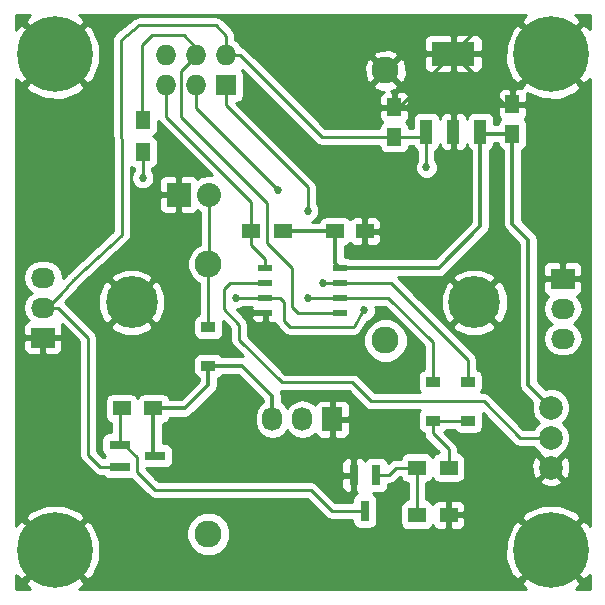
<source format=gtl>
%TF.GenerationSoftware,KiCad,Pcbnew,4.0.1-stable*%
%TF.CreationDate,2016-03-27T20:20:29+01:00*%
%TF.ProjectId,rc_power_sockets,72635F706F7765725F736F636B657473,rev?*%
%TF.FileFunction,Copper,L1,Top,Signal*%
%FSLAX46Y46*%
G04 Gerber Fmt 4.6, Leading zero omitted, Abs format (unit mm)*
G04 Created by KiCad (PCBNEW 4.0.1-stable) date 27/03/2016 20:20:29*
%MOMM*%
G01*
G04 APERTURE LIST*
%ADD10C,0.100000*%
%ADD11C,2.286000*%
%ADD12R,1.143000X0.508000*%
%ADD13R,3.657600X2.032000*%
%ADD14R,1.016000X2.032000*%
%ADD15C,6.400000*%
%ADD16R,0.800100X1.800860*%
%ADD17R,1.800860X0.800100*%
%ADD18R,1.727200X2.032000*%
%ADD19O,1.727200X2.032000*%
%ADD20R,2.032000X1.727200*%
%ADD21O,2.032000X1.727200*%
%ADD22R,1.250000X1.500000*%
%ADD23R,1.500000X1.250000*%
%ADD24R,1.500000X1.300000*%
%ADD25C,1.998980*%
%ADD26R,1.727200X1.727200*%
%ADD27O,1.727200X1.727200*%
%ADD28R,1.300000X1.500000*%
%ADD29R,1.220000X0.910000*%
%ADD30R,2.032000X2.032000*%
%ADD31O,2.032000X2.032000*%
%ADD32C,4.400000*%
%ADD33C,0.685800*%
%ADD34C,0.350000*%
%ADD35C,0.250000*%
%ADD36C,0.254000*%
G04 APERTURE END LIST*
D10*
D11*
X152000000Y-65380000D03*
X152000000Y-88240000D03*
D12*
X148175000Y-82095000D03*
X148175000Y-83365000D03*
X148175000Y-84635000D03*
X148175000Y-85905000D03*
X141825000Y-85905000D03*
X141825000Y-84635000D03*
X141825000Y-83365000D03*
X141825000Y-82095000D03*
D11*
X137000000Y-104620000D03*
X137000000Y-81760000D03*
D13*
X157750000Y-63948000D03*
D14*
X157750000Y-70552000D03*
X160036000Y-70552000D03*
X155464000Y-70552000D03*
D15*
X166000000Y-64000000D03*
D16*
X151202000Y-99644860D03*
X149302000Y-99644860D03*
X150252000Y-102647140D03*
D17*
X129498860Y-97050000D03*
X129498860Y-98950000D03*
X132501140Y-98000000D03*
D18*
X147500000Y-94900000D03*
D19*
X144960000Y-94900000D03*
X142420000Y-94900000D03*
D20*
X123000000Y-88000000D03*
D21*
X123000000Y-85460000D03*
X123000000Y-82920000D03*
D22*
X152750000Y-71000000D03*
X152750000Y-68500000D03*
X162750000Y-70750000D03*
X162750000Y-68250000D03*
D23*
X147750000Y-79000000D03*
X150250000Y-79000000D03*
D24*
X154650000Y-99000000D03*
X157350000Y-99000000D03*
X132350000Y-94000000D03*
X129650000Y-94000000D03*
X154650000Y-103000000D03*
X157350000Y-103000000D03*
X140650000Y-79000000D03*
X143350000Y-79000000D03*
D25*
X166000000Y-96460000D03*
X166000000Y-93920000D03*
X166000000Y-99000000D03*
D26*
X138500000Y-66600000D03*
D27*
X138500000Y-64060000D03*
X135960000Y-66600000D03*
X135960000Y-64060000D03*
X133420000Y-66600000D03*
X133420000Y-64060000D03*
D20*
X167000000Y-83000000D03*
D21*
X167000000Y-85540000D03*
X167000000Y-88080000D03*
D15*
X166000000Y-106000000D03*
X124000000Y-106000000D03*
X124000000Y-64000000D03*
D28*
X131456000Y-69570000D03*
X131456000Y-72270000D03*
D29*
X159000000Y-95035000D03*
X159000000Y-91765000D03*
X156000000Y-95035000D03*
X156000000Y-91765000D03*
X137000000Y-90385000D03*
X137000000Y-87115000D03*
D30*
X134500000Y-75900000D03*
D31*
X137040000Y-75900000D03*
D32*
X130500000Y-85000000D03*
X159500000Y-85000000D03*
D33*
X143013000Y-89589000D03*
X159100000Y-67700000D03*
X156400000Y-67700000D03*
X142886000Y-75492000D03*
X146696000Y-83366000D03*
X145426000Y-77270000D03*
X145426000Y-84636000D03*
X139330000Y-84636000D03*
X150200000Y-85700000D03*
X155459000Y-73587000D03*
X131456000Y-74476000D03*
D34*
X141825000Y-85905000D02*
X141825000Y-88401000D01*
X141825000Y-88401000D02*
X143013000Y-89589000D01*
X149302000Y-99644860D02*
X148496860Y-99644860D01*
X147500000Y-98648000D02*
X147500000Y-94900000D01*
X148496860Y-99644860D02*
X147500000Y-98648000D01*
X147500000Y-95092000D02*
X147500000Y-94900000D01*
X157700000Y-67700000D02*
X159100000Y-67700000D01*
X157750000Y-67700000D02*
X157700000Y-67700000D01*
X157700000Y-67700000D02*
X156400000Y-67700000D01*
X167000000Y-83000000D02*
X167000000Y-69900000D01*
X168900000Y-66900000D02*
X166000000Y-64000000D01*
X168900000Y-68000000D02*
X168900000Y-66900000D01*
X167000000Y-69900000D02*
X168900000Y-68000000D01*
X152000000Y-65380000D02*
X152020000Y-65380000D01*
X152020000Y-65380000D02*
X153452000Y-63948000D01*
X153452000Y-63948000D02*
X157750000Y-63948000D01*
X166000000Y-64000000D02*
X163000000Y-61000000D01*
X163000000Y-61000000D02*
X160698000Y-61000000D01*
X160698000Y-61000000D02*
X157750000Y-63948000D01*
X152750000Y-68500000D02*
X153198000Y-68500000D01*
X153198000Y-68500000D02*
X157750000Y-63948000D01*
X157750000Y-63948000D02*
X156952000Y-63948000D01*
X157750000Y-63948000D02*
X158252000Y-63948000D01*
X164100000Y-62100000D02*
X166000000Y-64000000D01*
X157750000Y-63948000D02*
X156848000Y-63948000D01*
X157750000Y-70552000D02*
X157750000Y-76250000D01*
X155000000Y-79000000D02*
X150250000Y-79000000D01*
X157750000Y-76250000D02*
X155000000Y-79000000D01*
X162750000Y-68250000D02*
X162052000Y-68250000D01*
X162052000Y-68250000D02*
X157750000Y-63948000D01*
X157750000Y-70552000D02*
X157750000Y-67700000D01*
X157750000Y-67700000D02*
X157750000Y-63948000D01*
X162750000Y-68250000D02*
X162750000Y-67250000D01*
X162750000Y-67250000D02*
X166000000Y-64000000D01*
X157350000Y-103000000D02*
X163000000Y-103000000D01*
X163000000Y-103000000D02*
X166000000Y-106000000D01*
D35*
X135960000Y-68566000D02*
X135960000Y-66600000D01*
X142886000Y-75492000D02*
X135960000Y-68566000D01*
X148175000Y-83365000D02*
X146697000Y-83365000D01*
X146697000Y-83365000D02*
X146696000Y-83366000D01*
X148175000Y-83365000D02*
X152465000Y-83365000D01*
X159000000Y-89900000D02*
X159000000Y-91765000D01*
X152465000Y-83365000D02*
X159000000Y-89900000D01*
X144960000Y-94900000D02*
X144960000Y-94440000D01*
X148175000Y-84635000D02*
X145427000Y-84635000D01*
X138500000Y-68312000D02*
X138500000Y-66600000D01*
X145426000Y-75238000D02*
X138500000Y-68312000D01*
X145426000Y-77270000D02*
X145426000Y-75238000D01*
X145427000Y-84635000D02*
X145426000Y-84636000D01*
X148175000Y-84635000D02*
X152235000Y-84635000D01*
X156000000Y-88400000D02*
X156000000Y-91765000D01*
X152235000Y-84635000D02*
X156000000Y-88400000D01*
X133420000Y-66600000D02*
X133420000Y-69320000D01*
X140650000Y-76550000D02*
X140650000Y-79000000D01*
X133420000Y-69320000D02*
X140650000Y-76550000D01*
X141825000Y-82095000D02*
X141825000Y-81325000D01*
X140650000Y-80150000D02*
X140650000Y-79000000D01*
X141825000Y-81325000D02*
X140650000Y-80150000D01*
X141825000Y-84635000D02*
X139331000Y-84635000D01*
X139331000Y-84635000D02*
X139330000Y-84636000D01*
X150200000Y-85700000D02*
X150100000Y-85700000D01*
X150100000Y-85700000D02*
X150200000Y-85700000D01*
X141825000Y-84635000D02*
X143035000Y-84635000D01*
X150200000Y-85700000D02*
X150200000Y-85700000D01*
X150100000Y-85700000D02*
X150200000Y-85700000D01*
X149300000Y-87100000D02*
X150100000Y-85700000D01*
X148600000Y-87100000D02*
X149300000Y-87100000D01*
X143900000Y-87100000D02*
X148600000Y-87100000D01*
X143400000Y-86600000D02*
X143900000Y-87100000D01*
X143400000Y-85000000D02*
X143400000Y-86600000D01*
X143035000Y-84635000D02*
X143400000Y-85000000D01*
X135960000Y-64060000D02*
X135960000Y-63460000D01*
X135960000Y-63460000D02*
X134900000Y-62400000D01*
X131400000Y-63200000D02*
X131400000Y-69650000D01*
X132200000Y-62400000D02*
X131400000Y-63200000D01*
X134900000Y-62400000D02*
X132200000Y-62400000D01*
X135960000Y-64060000D02*
X135960000Y-64140000D01*
X135960000Y-64140000D02*
X134700000Y-65400000D01*
X135960000Y-64140000D02*
X134700000Y-65400000D01*
X134700000Y-65400000D02*
X134700000Y-69300000D01*
X134700000Y-69300000D02*
X142000000Y-76600000D01*
X142000000Y-76600000D02*
X142000000Y-80000000D01*
X142000000Y-80000000D02*
X144100000Y-82100000D01*
X144100000Y-82100000D02*
X144100000Y-85400000D01*
X144100000Y-85400000D02*
X144605000Y-85905000D01*
X144605000Y-85905000D02*
X148175000Y-85905000D01*
X141825000Y-83365000D02*
X138835000Y-83365000D01*
X163360000Y-96460000D02*
X166000000Y-96460000D01*
X160300000Y-93400000D02*
X163360000Y-96460000D01*
X150800000Y-93400000D02*
X160300000Y-93400000D01*
X149200000Y-91800000D02*
X150800000Y-93400000D01*
X143200000Y-91800000D02*
X149200000Y-91800000D01*
X139600000Y-88200000D02*
X143200000Y-91800000D01*
X139600000Y-86900000D02*
X139600000Y-88200000D01*
X138300000Y-85600000D02*
X139600000Y-86900000D01*
X138300000Y-83900000D02*
X138300000Y-85600000D01*
X138835000Y-83365000D02*
X138300000Y-83900000D01*
X155464000Y-73582000D02*
X155464000Y-70552000D01*
X155459000Y-73587000D02*
X155464000Y-73582000D01*
X123000000Y-85460000D02*
X124260000Y-85460000D01*
X127850000Y-98950000D02*
X129498860Y-98950000D01*
X126800000Y-97900000D02*
X127850000Y-98950000D01*
X126800000Y-88000000D02*
X126800000Y-97900000D01*
X124260000Y-85460000D02*
X126800000Y-88000000D01*
X123000000Y-85460000D02*
X123340000Y-85460000D01*
X123340000Y-85460000D02*
X124500000Y-84300000D01*
X125600000Y-83100000D02*
X125600000Y-83070000D01*
X125570000Y-83100000D02*
X125600000Y-83100000D01*
X124500000Y-84300000D02*
X125570000Y-83100000D01*
X152750000Y-71000000D02*
X146600000Y-71000000D01*
X139660000Y-64060000D02*
X138500000Y-64060000D01*
X146600000Y-71000000D02*
X139660000Y-64060000D01*
X152750000Y-71000000D02*
X155016000Y-71000000D01*
X155016000Y-71000000D02*
X155464000Y-70552000D01*
X125600000Y-83070000D02*
X129700000Y-79300000D01*
X129700000Y-79300000D02*
X129600000Y-62800000D01*
X129600000Y-62800000D02*
X131150000Y-61550000D01*
X131150000Y-61550000D02*
X137650000Y-61550000D01*
X137650000Y-61550000D02*
X138500000Y-62500000D01*
X138500000Y-62500000D02*
X138500000Y-64060000D01*
D34*
X162750000Y-70750000D02*
X162750000Y-78350000D01*
X164100000Y-92020000D02*
X166000000Y-93920000D01*
X164100000Y-79700000D02*
X164100000Y-92020000D01*
X162750000Y-78350000D02*
X164100000Y-79700000D01*
X160036000Y-70552000D02*
X160036000Y-78564000D01*
X156505000Y-82095000D02*
X148175000Y-82095000D01*
X160036000Y-78564000D02*
X156505000Y-82095000D01*
X162750000Y-70750000D02*
X160234000Y-70750000D01*
X160234000Y-70750000D02*
X160036000Y-70552000D01*
X147750000Y-79000000D02*
X147750000Y-81670000D01*
X147750000Y-81670000D02*
X148175000Y-82095000D01*
X147750000Y-79000000D02*
X143350000Y-79000000D01*
D35*
X154650000Y-99000000D02*
X152906000Y-99000000D01*
X152261140Y-99644860D02*
X151202000Y-99644860D01*
X152906000Y-99000000D02*
X152261140Y-99644860D01*
X154650000Y-103000000D02*
X154650000Y-99000000D01*
X129498860Y-97050000D02*
X129900000Y-97050000D01*
X129900000Y-97050000D02*
X130948000Y-98098000D01*
X147435140Y-102647140D02*
X150252000Y-102647140D01*
X145680000Y-100892000D02*
X147435140Y-102647140D01*
X132472000Y-100892000D02*
X145680000Y-100892000D01*
X130948000Y-99368000D02*
X132472000Y-100892000D01*
X130948000Y-98098000D02*
X130948000Y-99368000D01*
X129498860Y-97050000D02*
X130050000Y-97050000D01*
X129498860Y-97050000D02*
X129498860Y-94151140D01*
X129498860Y-94151140D02*
X129650000Y-94000000D01*
X156000000Y-95035000D02*
X156000000Y-96100000D01*
X157350000Y-97450000D02*
X157350000Y-99000000D01*
X156000000Y-96100000D02*
X157350000Y-97450000D01*
X159000000Y-95035000D02*
X156000000Y-95035000D01*
X157000000Y-98650000D02*
X157350000Y-99000000D01*
X157000000Y-98650000D02*
X157350000Y-99000000D01*
X157000000Y-98650000D02*
X157350000Y-99000000D01*
D34*
X132350000Y-94000000D02*
X132350000Y-97848860D01*
X132350000Y-97848860D02*
X132501140Y-98000000D01*
X142420000Y-94900000D02*
X142420000Y-92920000D01*
X139885000Y-90385000D02*
X137000000Y-90385000D01*
X142420000Y-92920000D02*
X139885000Y-90385000D01*
X137000000Y-90385000D02*
X137000000Y-92000000D01*
X135000000Y-94000000D02*
X132350000Y-94000000D01*
X137000000Y-92000000D02*
X135000000Y-94000000D01*
D35*
X142500000Y-94580000D02*
X142420000Y-94500000D01*
X131456000Y-72270000D02*
X131456000Y-74476000D01*
X137040000Y-75900000D02*
X137040000Y-81720000D01*
X137040000Y-81720000D02*
X137000000Y-81760000D01*
X136750000Y-81510000D02*
X137000000Y-81760000D01*
X137000000Y-87115000D02*
X137000000Y-81760000D01*
D36*
G36*
X121849754Y-60734181D02*
X121805640Y-60763657D01*
X121438695Y-61259090D01*
X124000000Y-63820395D01*
X126561305Y-61259090D01*
X126194360Y-60763657D01*
X126067266Y-60710000D01*
X163909271Y-60710000D01*
X163849754Y-60734181D01*
X163805640Y-60763657D01*
X163438695Y-61259090D01*
X166000000Y-63820395D01*
X168561305Y-61259090D01*
X168194360Y-60763657D01*
X168067266Y-60710000D01*
X169290000Y-60710000D01*
X169290000Y-61909271D01*
X169265819Y-61849754D01*
X169236343Y-61805640D01*
X168740910Y-61438695D01*
X166179605Y-64000000D01*
X168740910Y-66561305D01*
X169236343Y-66194360D01*
X169290000Y-66067266D01*
X169290000Y-103909271D01*
X169265819Y-103849754D01*
X169236343Y-103805640D01*
X168740910Y-103438695D01*
X166179605Y-106000000D01*
X168740910Y-108561305D01*
X169236343Y-108194360D01*
X169290000Y-108067266D01*
X169290000Y-109290000D01*
X168090729Y-109290000D01*
X168150246Y-109265819D01*
X168194360Y-109236343D01*
X168561305Y-108740910D01*
X166000000Y-106179605D01*
X163438695Y-108740910D01*
X163805640Y-109236343D01*
X163932734Y-109290000D01*
X126090729Y-109290000D01*
X126150246Y-109265819D01*
X126194360Y-109236343D01*
X126561305Y-108740910D01*
X124000000Y-106179605D01*
X121438695Y-108740910D01*
X121805640Y-109236343D01*
X121932734Y-109290000D01*
X120710000Y-109290000D01*
X120710000Y-108090729D01*
X120734181Y-108150246D01*
X120763657Y-108194360D01*
X121259090Y-108561305D01*
X123820395Y-106000000D01*
X124179605Y-106000000D01*
X126740910Y-108561305D01*
X127236343Y-108194360D01*
X127829736Y-106788829D01*
X127830089Y-106736793D01*
X162159913Y-106736793D01*
X162734181Y-108150246D01*
X162763657Y-108194360D01*
X163259090Y-108561305D01*
X165820395Y-106000000D01*
X163259090Y-103438695D01*
X162763657Y-103805640D01*
X162170264Y-105211171D01*
X162159913Y-106736793D01*
X127830089Y-106736793D01*
X127840087Y-105263207D01*
X127729223Y-104990334D01*
X135129677Y-104990334D01*
X135413767Y-105677886D01*
X135939347Y-106204384D01*
X136626402Y-106489674D01*
X137370334Y-106490323D01*
X138057886Y-106206233D01*
X138584384Y-105680653D01*
X138869674Y-104993598D01*
X138870323Y-104249666D01*
X138586233Y-103562114D01*
X138060653Y-103035616D01*
X137373598Y-102750326D01*
X136629666Y-102749677D01*
X135942114Y-103033767D01*
X135415616Y-103559347D01*
X135130326Y-104246402D01*
X135129677Y-104990334D01*
X127729223Y-104990334D01*
X127265819Y-103849754D01*
X127236343Y-103805640D01*
X126740910Y-103438695D01*
X124179605Y-106000000D01*
X123820395Y-106000000D01*
X121259090Y-103438695D01*
X120763657Y-103805640D01*
X120710000Y-103932734D01*
X120710000Y-103259090D01*
X121438695Y-103259090D01*
X124000000Y-105820395D01*
X126561305Y-103259090D01*
X126194360Y-102763657D01*
X124788829Y-102170264D01*
X123263207Y-102159913D01*
X121849754Y-102734181D01*
X121805640Y-102763657D01*
X121438695Y-103259090D01*
X120710000Y-103259090D01*
X120710000Y-88285750D01*
X121349000Y-88285750D01*
X121349000Y-88989909D01*
X121445673Y-89223298D01*
X121624301Y-89401927D01*
X121857690Y-89498600D01*
X122714250Y-89498600D01*
X122873000Y-89339850D01*
X122873000Y-88127000D01*
X123127000Y-88127000D01*
X123127000Y-89339850D01*
X123285750Y-89498600D01*
X124142310Y-89498600D01*
X124375699Y-89401927D01*
X124554327Y-89223298D01*
X124651000Y-88989909D01*
X124651000Y-88285750D01*
X124492250Y-88127000D01*
X123127000Y-88127000D01*
X122873000Y-88127000D01*
X121507750Y-88127000D01*
X121349000Y-88285750D01*
X120710000Y-88285750D01*
X120710000Y-82920000D01*
X121316655Y-82920000D01*
X121430729Y-83493489D01*
X121755585Y-83979670D01*
X122070366Y-84190000D01*
X121755585Y-84400330D01*
X121430729Y-84886511D01*
X121316655Y-85460000D01*
X121430729Y-86033489D01*
X121755585Y-86519670D01*
X121777780Y-86534500D01*
X121624301Y-86598073D01*
X121445673Y-86776702D01*
X121349000Y-87010091D01*
X121349000Y-87714250D01*
X121507750Y-87873000D01*
X122873000Y-87873000D01*
X122873000Y-87853000D01*
X123127000Y-87853000D01*
X123127000Y-87873000D01*
X124492250Y-87873000D01*
X124651000Y-87714250D01*
X124651000Y-87010091D01*
X124591399Y-86866201D01*
X126040000Y-88314802D01*
X126040000Y-97900000D01*
X126097852Y-98190839D01*
X126262599Y-98437401D01*
X127312599Y-99487401D01*
X127559160Y-99652148D01*
X127850000Y-99710000D01*
X128075467Y-99710000D01*
X128134340Y-99801491D01*
X128346540Y-99946481D01*
X128598430Y-99997490D01*
X130399290Y-99997490D01*
X130486313Y-99981115D01*
X131934599Y-101429401D01*
X132181160Y-101594148D01*
X132229414Y-101603746D01*
X132472000Y-101652000D01*
X145365198Y-101652000D01*
X146897739Y-103184541D01*
X147144301Y-103349288D01*
X147435140Y-103407140D01*
X149204510Y-103407140D01*
X149204510Y-103547570D01*
X149248788Y-103782887D01*
X149387860Y-103999011D01*
X149600060Y-104144001D01*
X149851950Y-104195010D01*
X150652050Y-104195010D01*
X150887367Y-104150732D01*
X151103491Y-104011660D01*
X151248481Y-103799460D01*
X151299490Y-103547570D01*
X151299490Y-101746710D01*
X151255212Y-101511393D01*
X151116140Y-101295269D01*
X150966069Y-101192730D01*
X151602050Y-101192730D01*
X151837367Y-101148452D01*
X152053491Y-101009380D01*
X152198481Y-100797180D01*
X152249490Y-100545290D01*
X152249490Y-100404860D01*
X152261140Y-100404860D01*
X152551979Y-100347008D01*
X152798541Y-100182261D01*
X153220802Y-99760000D01*
X153273258Y-99760000D01*
X153296838Y-99885317D01*
X153435910Y-100101441D01*
X153648110Y-100246431D01*
X153890000Y-100295415D01*
X153890000Y-101704442D01*
X153664683Y-101746838D01*
X153448559Y-101885910D01*
X153303569Y-102098110D01*
X153252560Y-102350000D01*
X153252560Y-103650000D01*
X153296838Y-103885317D01*
X153435910Y-104101441D01*
X153648110Y-104246431D01*
X153900000Y-104297440D01*
X155400000Y-104297440D01*
X155635317Y-104253162D01*
X155851441Y-104114090D01*
X155996431Y-103901890D01*
X156003191Y-103868510D01*
X156061673Y-104009699D01*
X156240302Y-104188327D01*
X156473691Y-104285000D01*
X157064250Y-104285000D01*
X157223000Y-104126250D01*
X157223000Y-103127000D01*
X157477000Y-103127000D01*
X157477000Y-104126250D01*
X157635750Y-104285000D01*
X158226309Y-104285000D01*
X158459698Y-104188327D01*
X158638327Y-104009699D01*
X158735000Y-103776310D01*
X158735000Y-103285750D01*
X158708340Y-103259090D01*
X163438695Y-103259090D01*
X166000000Y-105820395D01*
X168561305Y-103259090D01*
X168194360Y-102763657D01*
X166788829Y-102170264D01*
X165263207Y-102159913D01*
X163849754Y-102734181D01*
X163805640Y-102763657D01*
X163438695Y-103259090D01*
X158708340Y-103259090D01*
X158576250Y-103127000D01*
X157477000Y-103127000D01*
X157223000Y-103127000D01*
X157203000Y-103127000D01*
X157203000Y-102873000D01*
X157223000Y-102873000D01*
X157223000Y-101873750D01*
X157477000Y-101873750D01*
X157477000Y-102873000D01*
X158576250Y-102873000D01*
X158735000Y-102714250D01*
X158735000Y-102223690D01*
X158638327Y-101990301D01*
X158459698Y-101811673D01*
X158226309Y-101715000D01*
X157635750Y-101715000D01*
X157477000Y-101873750D01*
X157223000Y-101873750D01*
X157064250Y-101715000D01*
X156473691Y-101715000D01*
X156240302Y-101811673D01*
X156061673Y-101990301D01*
X156005346Y-102126287D01*
X156003162Y-102114683D01*
X155864090Y-101898559D01*
X155651890Y-101753569D01*
X155410000Y-101704585D01*
X155410000Y-100295558D01*
X155635317Y-100253162D01*
X155851441Y-100114090D01*
X155996431Y-99901890D01*
X155999081Y-99888803D01*
X156135910Y-100101441D01*
X156348110Y-100246431D01*
X156600000Y-100297440D01*
X158100000Y-100297440D01*
X158335317Y-100253162D01*
X158492273Y-100152163D01*
X165027443Y-100152163D01*
X165126042Y-100418965D01*
X165735582Y-100645401D01*
X166385377Y-100621341D01*
X166873958Y-100418965D01*
X166972557Y-100152163D01*
X166000000Y-99179605D01*
X165027443Y-100152163D01*
X158492273Y-100152163D01*
X158551441Y-100114090D01*
X158696431Y-99901890D01*
X158747440Y-99650000D01*
X158747440Y-98735582D01*
X164354599Y-98735582D01*
X164378659Y-99385377D01*
X164581035Y-99873958D01*
X164847837Y-99972557D01*
X165820395Y-99000000D01*
X166179605Y-99000000D01*
X167152163Y-99972557D01*
X167418965Y-99873958D01*
X167645401Y-99264418D01*
X167621341Y-98614623D01*
X167418965Y-98126042D01*
X167152163Y-98027443D01*
X166179605Y-99000000D01*
X165820395Y-99000000D01*
X164847837Y-98027443D01*
X164581035Y-98126042D01*
X164354599Y-98735582D01*
X158747440Y-98735582D01*
X158747440Y-98350000D01*
X158703162Y-98114683D01*
X158564090Y-97898559D01*
X158351890Y-97753569D01*
X158110000Y-97704585D01*
X158110000Y-97450000D01*
X158052148Y-97159161D01*
X158052148Y-97159160D01*
X157887401Y-96912599D01*
X156980790Y-96005988D01*
X157061441Y-95954090D01*
X157170143Y-95795000D01*
X157831678Y-95795000D01*
X157925910Y-95941441D01*
X158138110Y-96086431D01*
X158390000Y-96137440D01*
X159610000Y-96137440D01*
X159845317Y-96093162D01*
X160061441Y-95954090D01*
X160206431Y-95741890D01*
X160257440Y-95490000D01*
X160257440Y-94580000D01*
X160223193Y-94397996D01*
X162822599Y-96997402D01*
X163069161Y-97162148D01*
X163360000Y-97220000D01*
X164545504Y-97220000D01*
X164613538Y-97384655D01*
X165040539Y-97812401D01*
X165027443Y-97847837D01*
X166000000Y-98820395D01*
X166972557Y-97847837D01*
X166959276Y-97811901D01*
X167384846Y-97387073D01*
X167634206Y-96786547D01*
X167634774Y-96136306D01*
X167386462Y-95535345D01*
X167041520Y-95189801D01*
X167384846Y-94847073D01*
X167634206Y-94246547D01*
X167634774Y-93596306D01*
X167386462Y-92995345D01*
X166927073Y-92535154D01*
X166326547Y-92285794D01*
X165676306Y-92285226D01*
X165559147Y-92333635D01*
X164910000Y-91684488D01*
X164910000Y-85540000D01*
X165316655Y-85540000D01*
X165430729Y-86113489D01*
X165755585Y-86599670D01*
X166070366Y-86810000D01*
X165755585Y-87020330D01*
X165430729Y-87506511D01*
X165316655Y-88080000D01*
X165430729Y-88653489D01*
X165755585Y-89139670D01*
X166241766Y-89464526D01*
X166815255Y-89578600D01*
X167184745Y-89578600D01*
X167758234Y-89464526D01*
X168244415Y-89139670D01*
X168569271Y-88653489D01*
X168683345Y-88080000D01*
X168569271Y-87506511D01*
X168244415Y-87020330D01*
X167929634Y-86810000D01*
X168244415Y-86599670D01*
X168569271Y-86113489D01*
X168683345Y-85540000D01*
X168569271Y-84966511D01*
X168244415Y-84480330D01*
X168222220Y-84465500D01*
X168375699Y-84401927D01*
X168554327Y-84223298D01*
X168651000Y-83989909D01*
X168651000Y-83285750D01*
X168492250Y-83127000D01*
X167127000Y-83127000D01*
X167127000Y-83147000D01*
X166873000Y-83147000D01*
X166873000Y-83127000D01*
X165507750Y-83127000D01*
X165349000Y-83285750D01*
X165349000Y-83989909D01*
X165445673Y-84223298D01*
X165624301Y-84401927D01*
X165777780Y-84465500D01*
X165755585Y-84480330D01*
X165430729Y-84966511D01*
X165316655Y-85540000D01*
X164910000Y-85540000D01*
X164910000Y-82010091D01*
X165349000Y-82010091D01*
X165349000Y-82714250D01*
X165507750Y-82873000D01*
X166873000Y-82873000D01*
X166873000Y-81660150D01*
X167127000Y-81660150D01*
X167127000Y-82873000D01*
X168492250Y-82873000D01*
X168651000Y-82714250D01*
X168651000Y-82010091D01*
X168554327Y-81776702D01*
X168375699Y-81598073D01*
X168142310Y-81501400D01*
X167285750Y-81501400D01*
X167127000Y-81660150D01*
X166873000Y-81660150D01*
X166714250Y-81501400D01*
X165857690Y-81501400D01*
X165624301Y-81598073D01*
X165445673Y-81776702D01*
X165349000Y-82010091D01*
X164910000Y-82010091D01*
X164910000Y-79700000D01*
X164848342Y-79390026D01*
X164760549Y-79258635D01*
X164672756Y-79127243D01*
X163560000Y-78014488D01*
X163560000Y-72112630D01*
X163610317Y-72103162D01*
X163826441Y-71964090D01*
X163971431Y-71751890D01*
X164022440Y-71500000D01*
X164022440Y-70000000D01*
X163978162Y-69764683D01*
X163839090Y-69548559D01*
X163770994Y-69502031D01*
X163913327Y-69359698D01*
X164010000Y-69126309D01*
X164010000Y-68535750D01*
X163851250Y-68377000D01*
X162877000Y-68377000D01*
X162877000Y-68397000D01*
X162623000Y-68397000D01*
X162623000Y-68377000D01*
X161648750Y-68377000D01*
X161490000Y-68535750D01*
X161490000Y-69126309D01*
X161586673Y-69359698D01*
X161727910Y-69500936D01*
X161673559Y-69535910D01*
X161528569Y-69748110D01*
X161489710Y-69940000D01*
X161191440Y-69940000D01*
X161191440Y-69536000D01*
X161147162Y-69300683D01*
X161008090Y-69084559D01*
X160795890Y-68939569D01*
X160544000Y-68888560D01*
X159528000Y-68888560D01*
X159292683Y-68932838D01*
X159076559Y-69071910D01*
X158931569Y-69284110D01*
X158893000Y-69474569D01*
X158893000Y-69409690D01*
X158796327Y-69176301D01*
X158617698Y-68997673D01*
X158384309Y-68901000D01*
X158035750Y-68901000D01*
X157877000Y-69059750D01*
X157877000Y-70425000D01*
X157897000Y-70425000D01*
X157897000Y-70679000D01*
X157877000Y-70679000D01*
X157877000Y-72044250D01*
X158035750Y-72203000D01*
X158384309Y-72203000D01*
X158617698Y-72106327D01*
X158796327Y-71927699D01*
X158893000Y-71694310D01*
X158893000Y-71634113D01*
X158924838Y-71803317D01*
X159063910Y-72019441D01*
X159226000Y-72130192D01*
X159226000Y-78228487D01*
X156169488Y-81285000D01*
X149057563Y-81285000D01*
X148998390Y-81244569D01*
X148746500Y-81193560D01*
X148560000Y-81193560D01*
X148560000Y-80261150D01*
X148735317Y-80228162D01*
X148951441Y-80089090D01*
X148997969Y-80020994D01*
X149140302Y-80163327D01*
X149373691Y-80260000D01*
X149964250Y-80260000D01*
X150123000Y-80101250D01*
X150123000Y-79127000D01*
X150377000Y-79127000D01*
X150377000Y-80101250D01*
X150535750Y-80260000D01*
X151126309Y-80260000D01*
X151359698Y-80163327D01*
X151538327Y-79984699D01*
X151635000Y-79751310D01*
X151635000Y-79285750D01*
X151476250Y-79127000D01*
X150377000Y-79127000D01*
X150123000Y-79127000D01*
X150103000Y-79127000D01*
X150103000Y-78873000D01*
X150123000Y-78873000D01*
X150123000Y-77898750D01*
X150377000Y-77898750D01*
X150377000Y-78873000D01*
X151476250Y-78873000D01*
X151635000Y-78714250D01*
X151635000Y-78248690D01*
X151538327Y-78015301D01*
X151359698Y-77836673D01*
X151126309Y-77740000D01*
X150535750Y-77740000D01*
X150377000Y-77898750D01*
X150123000Y-77898750D01*
X149964250Y-77740000D01*
X149373691Y-77740000D01*
X149140302Y-77836673D01*
X148999064Y-77977910D01*
X148964090Y-77923559D01*
X148751890Y-77778569D01*
X148500000Y-77727560D01*
X147000000Y-77727560D01*
X146764683Y-77771838D01*
X146548559Y-77910910D01*
X146403569Y-78123110D01*
X146390023Y-78190000D01*
X145760201Y-78190000D01*
X145979212Y-78099507D01*
X146254540Y-77824659D01*
X146403730Y-77465370D01*
X146404069Y-77076337D01*
X146255507Y-76716788D01*
X146186000Y-76647160D01*
X146186000Y-75238000D01*
X146128148Y-74947161D01*
X145963401Y-74700599D01*
X139372220Y-68109418D01*
X139598917Y-68066762D01*
X139815041Y-67927690D01*
X139960031Y-67715490D01*
X140011040Y-67463600D01*
X140011040Y-65736400D01*
X139966762Y-65501083D01*
X139859336Y-65334138D01*
X146062599Y-71537401D01*
X146309161Y-71702148D01*
X146600000Y-71760000D01*
X151479442Y-71760000D01*
X151521838Y-71985317D01*
X151660910Y-72201441D01*
X151873110Y-72346431D01*
X152125000Y-72397440D01*
X153375000Y-72397440D01*
X153610317Y-72353162D01*
X153826441Y-72214090D01*
X153971431Y-72001890D01*
X154020415Y-71760000D01*
X154344687Y-71760000D01*
X154352838Y-71803317D01*
X154491910Y-72019441D01*
X154704000Y-72164356D01*
X154704000Y-72958929D01*
X154630460Y-73032341D01*
X154481270Y-73391630D01*
X154480931Y-73780663D01*
X154629493Y-74140212D01*
X154904341Y-74415540D01*
X155263630Y-74564730D01*
X155652663Y-74565069D01*
X156012212Y-74416507D01*
X156287540Y-74141659D01*
X156436730Y-73782370D01*
X156437069Y-73393337D01*
X156288507Y-73033788D01*
X156224000Y-72969168D01*
X156224000Y-72160427D01*
X156423441Y-72032090D01*
X156568431Y-71819890D01*
X156607000Y-71629431D01*
X156607000Y-71694310D01*
X156703673Y-71927699D01*
X156882302Y-72106327D01*
X157115691Y-72203000D01*
X157464250Y-72203000D01*
X157623000Y-72044250D01*
X157623000Y-70679000D01*
X157603000Y-70679000D01*
X157603000Y-70425000D01*
X157623000Y-70425000D01*
X157623000Y-69059750D01*
X157464250Y-68901000D01*
X157115691Y-68901000D01*
X156882302Y-68997673D01*
X156703673Y-69176301D01*
X156607000Y-69409690D01*
X156607000Y-69469887D01*
X156575162Y-69300683D01*
X156436090Y-69084559D01*
X156223890Y-68939569D01*
X155972000Y-68888560D01*
X154956000Y-68888560D01*
X154720683Y-68932838D01*
X154504559Y-69071910D01*
X154359569Y-69284110D01*
X154308560Y-69536000D01*
X154308560Y-70240000D01*
X154020558Y-70240000D01*
X153978162Y-70014683D01*
X153839090Y-69798559D01*
X153770994Y-69752031D01*
X153913327Y-69609698D01*
X154010000Y-69376309D01*
X154010000Y-68785750D01*
X153851250Y-68627000D01*
X152877000Y-68627000D01*
X152877000Y-68647000D01*
X152623000Y-68647000D01*
X152623000Y-68627000D01*
X151648750Y-68627000D01*
X151490000Y-68785750D01*
X151490000Y-69376309D01*
X151586673Y-69609698D01*
X151727910Y-69750936D01*
X151673559Y-69785910D01*
X151528569Y-69998110D01*
X151479585Y-70240000D01*
X146914802Y-70240000D01*
X143310765Y-66635963D01*
X150923642Y-66635963D01*
X151039806Y-66917658D01*
X151701333Y-67168062D01*
X151884209Y-67162420D01*
X151765301Y-67211673D01*
X151586673Y-67390302D01*
X151490000Y-67623691D01*
X151490000Y-68214250D01*
X151648750Y-68373000D01*
X152623000Y-68373000D01*
X152623000Y-67273750D01*
X152877000Y-67273750D01*
X152877000Y-68373000D01*
X153851250Y-68373000D01*
X154010000Y-68214250D01*
X154010000Y-67623691D01*
X153913327Y-67390302D01*
X153896717Y-67373691D01*
X161490000Y-67373691D01*
X161490000Y-67964250D01*
X161648750Y-68123000D01*
X162623000Y-68123000D01*
X162623000Y-67023750D01*
X162877000Y-67023750D01*
X162877000Y-68123000D01*
X163851250Y-68123000D01*
X164010000Y-67964250D01*
X164010000Y-67373691D01*
X163984363Y-67311797D01*
X165211171Y-67829736D01*
X166736793Y-67840087D01*
X168150246Y-67265819D01*
X168194360Y-67236343D01*
X168561305Y-66740910D01*
X166000000Y-64179605D01*
X163438695Y-66740910D01*
X163543567Y-66882503D01*
X163501310Y-66865000D01*
X163035750Y-66865000D01*
X162877000Y-67023750D01*
X162623000Y-67023750D01*
X162464250Y-66865000D01*
X161998690Y-66865000D01*
X161765301Y-66961673D01*
X161586673Y-67140302D01*
X161490000Y-67373691D01*
X153896717Y-67373691D01*
X153734699Y-67211673D01*
X153501310Y-67115000D01*
X153035750Y-67115000D01*
X152877000Y-67273750D01*
X152623000Y-67273750D01*
X152469967Y-67120717D01*
X152960194Y-66917658D01*
X153076358Y-66635963D01*
X152000000Y-65559605D01*
X150923642Y-66635963D01*
X143310765Y-66635963D01*
X141756135Y-65081333D01*
X150211938Y-65081333D01*
X150233751Y-65788329D01*
X150462342Y-66340194D01*
X150744037Y-66456358D01*
X151820395Y-65380000D01*
X152179605Y-65380000D01*
X153255963Y-66456358D01*
X153537658Y-66340194D01*
X153788062Y-65678667D01*
X153766249Y-64971671D01*
X153537658Y-64419806D01*
X153255963Y-64303642D01*
X152179605Y-65380000D01*
X151820395Y-65380000D01*
X150744037Y-64303642D01*
X150462342Y-64419806D01*
X150211938Y-65081333D01*
X141756135Y-65081333D01*
X140798839Y-64124037D01*
X150923642Y-64124037D01*
X152000000Y-65200395D01*
X152966645Y-64233750D01*
X155286200Y-64233750D01*
X155286200Y-65090310D01*
X155382873Y-65323699D01*
X155561502Y-65502327D01*
X155794891Y-65599000D01*
X157464250Y-65599000D01*
X157623000Y-65440250D01*
X157623000Y-64075000D01*
X157877000Y-64075000D01*
X157877000Y-65440250D01*
X158035750Y-65599000D01*
X159705109Y-65599000D01*
X159938498Y-65502327D01*
X160117127Y-65323699D01*
X160213800Y-65090310D01*
X160213800Y-64736793D01*
X162159913Y-64736793D01*
X162734181Y-66150246D01*
X162763657Y-66194360D01*
X163259090Y-66561305D01*
X165820395Y-64000000D01*
X163259090Y-61438695D01*
X162763657Y-61805640D01*
X162170264Y-63211171D01*
X162159913Y-64736793D01*
X160213800Y-64736793D01*
X160213800Y-64233750D01*
X160055050Y-64075000D01*
X157877000Y-64075000D01*
X157623000Y-64075000D01*
X155444950Y-64075000D01*
X155286200Y-64233750D01*
X152966645Y-64233750D01*
X153076358Y-64124037D01*
X152960194Y-63842342D01*
X152298667Y-63591938D01*
X151591671Y-63613751D01*
X151039806Y-63842342D01*
X150923642Y-64124037D01*
X140798839Y-64124037D01*
X140197401Y-63522599D01*
X139950839Y-63357852D01*
X139797841Y-63327418D01*
X139559670Y-62970971D01*
X139312310Y-62805690D01*
X155286200Y-62805690D01*
X155286200Y-63662250D01*
X155444950Y-63821000D01*
X157623000Y-63821000D01*
X157623000Y-62455750D01*
X157877000Y-62455750D01*
X157877000Y-63821000D01*
X160055050Y-63821000D01*
X160213800Y-63662250D01*
X160213800Y-62805690D01*
X160117127Y-62572301D01*
X159938498Y-62393673D01*
X159705109Y-62297000D01*
X158035750Y-62297000D01*
X157877000Y-62455750D01*
X157623000Y-62455750D01*
X157464250Y-62297000D01*
X155794891Y-62297000D01*
X155561502Y-62393673D01*
X155382873Y-62572301D01*
X155286200Y-62805690D01*
X139312310Y-62805690D01*
X139260000Y-62770738D01*
X139260000Y-62500000D01*
X139235111Y-62374874D01*
X139217200Y-62248557D01*
X139206321Y-62230140D01*
X139202148Y-62209161D01*
X139131269Y-62103083D01*
X139066383Y-61993236D01*
X138216383Y-61043236D01*
X138199285Y-61030384D01*
X138187401Y-61012599D01*
X138081324Y-60941721D01*
X137979340Y-60865066D01*
X137958624Y-60859735D01*
X137940839Y-60847852D01*
X137815714Y-60822963D01*
X137692157Y-60791170D01*
X137670979Y-60794173D01*
X137650000Y-60790000D01*
X131150000Y-60790000D01*
X131043631Y-60811158D01*
X130935618Y-60820864D01*
X130899332Y-60839861D01*
X130859161Y-60847852D01*
X130768990Y-60908102D01*
X130672908Y-60958406D01*
X129122908Y-62208406D01*
X129095176Y-62241614D01*
X129059352Y-62265866D01*
X129000895Y-62354511D01*
X128932832Y-62436014D01*
X128919920Y-62477305D01*
X128896102Y-62513422D01*
X128876018Y-62617690D01*
X128844325Y-62719035D01*
X128848197Y-62762124D01*
X128840014Y-62804606D01*
X128937975Y-78968237D01*
X125085585Y-82510556D01*
X125076044Y-82523615D01*
X125062599Y-82532599D01*
X125050583Y-82550583D01*
X125032599Y-82562599D01*
X125020352Y-82580928D01*
X125002752Y-82594204D01*
X124675045Y-82961726D01*
X124683345Y-82920000D01*
X124569271Y-82346511D01*
X124244415Y-81860330D01*
X123758234Y-81535474D01*
X123184745Y-81421400D01*
X122815255Y-81421400D01*
X122241766Y-81535474D01*
X121755585Y-81860330D01*
X121430729Y-82346511D01*
X121316655Y-82920000D01*
X120710000Y-82920000D01*
X120710000Y-66740910D01*
X121438695Y-66740910D01*
X121805640Y-67236343D01*
X123211171Y-67829736D01*
X124736793Y-67840087D01*
X126150246Y-67265819D01*
X126194360Y-67236343D01*
X126561305Y-66740910D01*
X124000000Y-64179605D01*
X121438695Y-66740910D01*
X120710000Y-66740910D01*
X120710000Y-66090729D01*
X120734181Y-66150246D01*
X120763657Y-66194360D01*
X121259090Y-66561305D01*
X123820395Y-64000000D01*
X124179605Y-64000000D01*
X126740910Y-66561305D01*
X127236343Y-66194360D01*
X127829736Y-64788829D01*
X127840087Y-63263207D01*
X127265819Y-61849754D01*
X127236343Y-61805640D01*
X126740910Y-61438695D01*
X124179605Y-64000000D01*
X123820395Y-64000000D01*
X121259090Y-61438695D01*
X120763657Y-61805640D01*
X120710000Y-61932734D01*
X120710000Y-60710000D01*
X121909271Y-60710000D01*
X121849754Y-60734181D01*
X121849754Y-60734181D01*
G37*
X121849754Y-60734181D02*
X121805640Y-60763657D01*
X121438695Y-61259090D01*
X124000000Y-63820395D01*
X126561305Y-61259090D01*
X126194360Y-60763657D01*
X126067266Y-60710000D01*
X163909271Y-60710000D01*
X163849754Y-60734181D01*
X163805640Y-60763657D01*
X163438695Y-61259090D01*
X166000000Y-63820395D01*
X168561305Y-61259090D01*
X168194360Y-60763657D01*
X168067266Y-60710000D01*
X169290000Y-60710000D01*
X169290000Y-61909271D01*
X169265819Y-61849754D01*
X169236343Y-61805640D01*
X168740910Y-61438695D01*
X166179605Y-64000000D01*
X168740910Y-66561305D01*
X169236343Y-66194360D01*
X169290000Y-66067266D01*
X169290000Y-103909271D01*
X169265819Y-103849754D01*
X169236343Y-103805640D01*
X168740910Y-103438695D01*
X166179605Y-106000000D01*
X168740910Y-108561305D01*
X169236343Y-108194360D01*
X169290000Y-108067266D01*
X169290000Y-109290000D01*
X168090729Y-109290000D01*
X168150246Y-109265819D01*
X168194360Y-109236343D01*
X168561305Y-108740910D01*
X166000000Y-106179605D01*
X163438695Y-108740910D01*
X163805640Y-109236343D01*
X163932734Y-109290000D01*
X126090729Y-109290000D01*
X126150246Y-109265819D01*
X126194360Y-109236343D01*
X126561305Y-108740910D01*
X124000000Y-106179605D01*
X121438695Y-108740910D01*
X121805640Y-109236343D01*
X121932734Y-109290000D01*
X120710000Y-109290000D01*
X120710000Y-108090729D01*
X120734181Y-108150246D01*
X120763657Y-108194360D01*
X121259090Y-108561305D01*
X123820395Y-106000000D01*
X124179605Y-106000000D01*
X126740910Y-108561305D01*
X127236343Y-108194360D01*
X127829736Y-106788829D01*
X127830089Y-106736793D01*
X162159913Y-106736793D01*
X162734181Y-108150246D01*
X162763657Y-108194360D01*
X163259090Y-108561305D01*
X165820395Y-106000000D01*
X163259090Y-103438695D01*
X162763657Y-103805640D01*
X162170264Y-105211171D01*
X162159913Y-106736793D01*
X127830089Y-106736793D01*
X127840087Y-105263207D01*
X127729223Y-104990334D01*
X135129677Y-104990334D01*
X135413767Y-105677886D01*
X135939347Y-106204384D01*
X136626402Y-106489674D01*
X137370334Y-106490323D01*
X138057886Y-106206233D01*
X138584384Y-105680653D01*
X138869674Y-104993598D01*
X138870323Y-104249666D01*
X138586233Y-103562114D01*
X138060653Y-103035616D01*
X137373598Y-102750326D01*
X136629666Y-102749677D01*
X135942114Y-103033767D01*
X135415616Y-103559347D01*
X135130326Y-104246402D01*
X135129677Y-104990334D01*
X127729223Y-104990334D01*
X127265819Y-103849754D01*
X127236343Y-103805640D01*
X126740910Y-103438695D01*
X124179605Y-106000000D01*
X123820395Y-106000000D01*
X121259090Y-103438695D01*
X120763657Y-103805640D01*
X120710000Y-103932734D01*
X120710000Y-103259090D01*
X121438695Y-103259090D01*
X124000000Y-105820395D01*
X126561305Y-103259090D01*
X126194360Y-102763657D01*
X124788829Y-102170264D01*
X123263207Y-102159913D01*
X121849754Y-102734181D01*
X121805640Y-102763657D01*
X121438695Y-103259090D01*
X120710000Y-103259090D01*
X120710000Y-88285750D01*
X121349000Y-88285750D01*
X121349000Y-88989909D01*
X121445673Y-89223298D01*
X121624301Y-89401927D01*
X121857690Y-89498600D01*
X122714250Y-89498600D01*
X122873000Y-89339850D01*
X122873000Y-88127000D01*
X123127000Y-88127000D01*
X123127000Y-89339850D01*
X123285750Y-89498600D01*
X124142310Y-89498600D01*
X124375699Y-89401927D01*
X124554327Y-89223298D01*
X124651000Y-88989909D01*
X124651000Y-88285750D01*
X124492250Y-88127000D01*
X123127000Y-88127000D01*
X122873000Y-88127000D01*
X121507750Y-88127000D01*
X121349000Y-88285750D01*
X120710000Y-88285750D01*
X120710000Y-82920000D01*
X121316655Y-82920000D01*
X121430729Y-83493489D01*
X121755585Y-83979670D01*
X122070366Y-84190000D01*
X121755585Y-84400330D01*
X121430729Y-84886511D01*
X121316655Y-85460000D01*
X121430729Y-86033489D01*
X121755585Y-86519670D01*
X121777780Y-86534500D01*
X121624301Y-86598073D01*
X121445673Y-86776702D01*
X121349000Y-87010091D01*
X121349000Y-87714250D01*
X121507750Y-87873000D01*
X122873000Y-87873000D01*
X122873000Y-87853000D01*
X123127000Y-87853000D01*
X123127000Y-87873000D01*
X124492250Y-87873000D01*
X124651000Y-87714250D01*
X124651000Y-87010091D01*
X124591399Y-86866201D01*
X126040000Y-88314802D01*
X126040000Y-97900000D01*
X126097852Y-98190839D01*
X126262599Y-98437401D01*
X127312599Y-99487401D01*
X127559160Y-99652148D01*
X127850000Y-99710000D01*
X128075467Y-99710000D01*
X128134340Y-99801491D01*
X128346540Y-99946481D01*
X128598430Y-99997490D01*
X130399290Y-99997490D01*
X130486313Y-99981115D01*
X131934599Y-101429401D01*
X132181160Y-101594148D01*
X132229414Y-101603746D01*
X132472000Y-101652000D01*
X145365198Y-101652000D01*
X146897739Y-103184541D01*
X147144301Y-103349288D01*
X147435140Y-103407140D01*
X149204510Y-103407140D01*
X149204510Y-103547570D01*
X149248788Y-103782887D01*
X149387860Y-103999011D01*
X149600060Y-104144001D01*
X149851950Y-104195010D01*
X150652050Y-104195010D01*
X150887367Y-104150732D01*
X151103491Y-104011660D01*
X151248481Y-103799460D01*
X151299490Y-103547570D01*
X151299490Y-101746710D01*
X151255212Y-101511393D01*
X151116140Y-101295269D01*
X150966069Y-101192730D01*
X151602050Y-101192730D01*
X151837367Y-101148452D01*
X152053491Y-101009380D01*
X152198481Y-100797180D01*
X152249490Y-100545290D01*
X152249490Y-100404860D01*
X152261140Y-100404860D01*
X152551979Y-100347008D01*
X152798541Y-100182261D01*
X153220802Y-99760000D01*
X153273258Y-99760000D01*
X153296838Y-99885317D01*
X153435910Y-100101441D01*
X153648110Y-100246431D01*
X153890000Y-100295415D01*
X153890000Y-101704442D01*
X153664683Y-101746838D01*
X153448559Y-101885910D01*
X153303569Y-102098110D01*
X153252560Y-102350000D01*
X153252560Y-103650000D01*
X153296838Y-103885317D01*
X153435910Y-104101441D01*
X153648110Y-104246431D01*
X153900000Y-104297440D01*
X155400000Y-104297440D01*
X155635317Y-104253162D01*
X155851441Y-104114090D01*
X155996431Y-103901890D01*
X156003191Y-103868510D01*
X156061673Y-104009699D01*
X156240302Y-104188327D01*
X156473691Y-104285000D01*
X157064250Y-104285000D01*
X157223000Y-104126250D01*
X157223000Y-103127000D01*
X157477000Y-103127000D01*
X157477000Y-104126250D01*
X157635750Y-104285000D01*
X158226309Y-104285000D01*
X158459698Y-104188327D01*
X158638327Y-104009699D01*
X158735000Y-103776310D01*
X158735000Y-103285750D01*
X158708340Y-103259090D01*
X163438695Y-103259090D01*
X166000000Y-105820395D01*
X168561305Y-103259090D01*
X168194360Y-102763657D01*
X166788829Y-102170264D01*
X165263207Y-102159913D01*
X163849754Y-102734181D01*
X163805640Y-102763657D01*
X163438695Y-103259090D01*
X158708340Y-103259090D01*
X158576250Y-103127000D01*
X157477000Y-103127000D01*
X157223000Y-103127000D01*
X157203000Y-103127000D01*
X157203000Y-102873000D01*
X157223000Y-102873000D01*
X157223000Y-101873750D01*
X157477000Y-101873750D01*
X157477000Y-102873000D01*
X158576250Y-102873000D01*
X158735000Y-102714250D01*
X158735000Y-102223690D01*
X158638327Y-101990301D01*
X158459698Y-101811673D01*
X158226309Y-101715000D01*
X157635750Y-101715000D01*
X157477000Y-101873750D01*
X157223000Y-101873750D01*
X157064250Y-101715000D01*
X156473691Y-101715000D01*
X156240302Y-101811673D01*
X156061673Y-101990301D01*
X156005346Y-102126287D01*
X156003162Y-102114683D01*
X155864090Y-101898559D01*
X155651890Y-101753569D01*
X155410000Y-101704585D01*
X155410000Y-100295558D01*
X155635317Y-100253162D01*
X155851441Y-100114090D01*
X155996431Y-99901890D01*
X155999081Y-99888803D01*
X156135910Y-100101441D01*
X156348110Y-100246431D01*
X156600000Y-100297440D01*
X158100000Y-100297440D01*
X158335317Y-100253162D01*
X158492273Y-100152163D01*
X165027443Y-100152163D01*
X165126042Y-100418965D01*
X165735582Y-100645401D01*
X166385377Y-100621341D01*
X166873958Y-100418965D01*
X166972557Y-100152163D01*
X166000000Y-99179605D01*
X165027443Y-100152163D01*
X158492273Y-100152163D01*
X158551441Y-100114090D01*
X158696431Y-99901890D01*
X158747440Y-99650000D01*
X158747440Y-98735582D01*
X164354599Y-98735582D01*
X164378659Y-99385377D01*
X164581035Y-99873958D01*
X164847837Y-99972557D01*
X165820395Y-99000000D01*
X166179605Y-99000000D01*
X167152163Y-99972557D01*
X167418965Y-99873958D01*
X167645401Y-99264418D01*
X167621341Y-98614623D01*
X167418965Y-98126042D01*
X167152163Y-98027443D01*
X166179605Y-99000000D01*
X165820395Y-99000000D01*
X164847837Y-98027443D01*
X164581035Y-98126042D01*
X164354599Y-98735582D01*
X158747440Y-98735582D01*
X158747440Y-98350000D01*
X158703162Y-98114683D01*
X158564090Y-97898559D01*
X158351890Y-97753569D01*
X158110000Y-97704585D01*
X158110000Y-97450000D01*
X158052148Y-97159161D01*
X158052148Y-97159160D01*
X157887401Y-96912599D01*
X156980790Y-96005988D01*
X157061441Y-95954090D01*
X157170143Y-95795000D01*
X157831678Y-95795000D01*
X157925910Y-95941441D01*
X158138110Y-96086431D01*
X158390000Y-96137440D01*
X159610000Y-96137440D01*
X159845317Y-96093162D01*
X160061441Y-95954090D01*
X160206431Y-95741890D01*
X160257440Y-95490000D01*
X160257440Y-94580000D01*
X160223193Y-94397996D01*
X162822599Y-96997402D01*
X163069161Y-97162148D01*
X163360000Y-97220000D01*
X164545504Y-97220000D01*
X164613538Y-97384655D01*
X165040539Y-97812401D01*
X165027443Y-97847837D01*
X166000000Y-98820395D01*
X166972557Y-97847837D01*
X166959276Y-97811901D01*
X167384846Y-97387073D01*
X167634206Y-96786547D01*
X167634774Y-96136306D01*
X167386462Y-95535345D01*
X167041520Y-95189801D01*
X167384846Y-94847073D01*
X167634206Y-94246547D01*
X167634774Y-93596306D01*
X167386462Y-92995345D01*
X166927073Y-92535154D01*
X166326547Y-92285794D01*
X165676306Y-92285226D01*
X165559147Y-92333635D01*
X164910000Y-91684488D01*
X164910000Y-85540000D01*
X165316655Y-85540000D01*
X165430729Y-86113489D01*
X165755585Y-86599670D01*
X166070366Y-86810000D01*
X165755585Y-87020330D01*
X165430729Y-87506511D01*
X165316655Y-88080000D01*
X165430729Y-88653489D01*
X165755585Y-89139670D01*
X166241766Y-89464526D01*
X166815255Y-89578600D01*
X167184745Y-89578600D01*
X167758234Y-89464526D01*
X168244415Y-89139670D01*
X168569271Y-88653489D01*
X168683345Y-88080000D01*
X168569271Y-87506511D01*
X168244415Y-87020330D01*
X167929634Y-86810000D01*
X168244415Y-86599670D01*
X168569271Y-86113489D01*
X168683345Y-85540000D01*
X168569271Y-84966511D01*
X168244415Y-84480330D01*
X168222220Y-84465500D01*
X168375699Y-84401927D01*
X168554327Y-84223298D01*
X168651000Y-83989909D01*
X168651000Y-83285750D01*
X168492250Y-83127000D01*
X167127000Y-83127000D01*
X167127000Y-83147000D01*
X166873000Y-83147000D01*
X166873000Y-83127000D01*
X165507750Y-83127000D01*
X165349000Y-83285750D01*
X165349000Y-83989909D01*
X165445673Y-84223298D01*
X165624301Y-84401927D01*
X165777780Y-84465500D01*
X165755585Y-84480330D01*
X165430729Y-84966511D01*
X165316655Y-85540000D01*
X164910000Y-85540000D01*
X164910000Y-82010091D01*
X165349000Y-82010091D01*
X165349000Y-82714250D01*
X165507750Y-82873000D01*
X166873000Y-82873000D01*
X166873000Y-81660150D01*
X167127000Y-81660150D01*
X167127000Y-82873000D01*
X168492250Y-82873000D01*
X168651000Y-82714250D01*
X168651000Y-82010091D01*
X168554327Y-81776702D01*
X168375699Y-81598073D01*
X168142310Y-81501400D01*
X167285750Y-81501400D01*
X167127000Y-81660150D01*
X166873000Y-81660150D01*
X166714250Y-81501400D01*
X165857690Y-81501400D01*
X165624301Y-81598073D01*
X165445673Y-81776702D01*
X165349000Y-82010091D01*
X164910000Y-82010091D01*
X164910000Y-79700000D01*
X164848342Y-79390026D01*
X164760549Y-79258635D01*
X164672756Y-79127243D01*
X163560000Y-78014488D01*
X163560000Y-72112630D01*
X163610317Y-72103162D01*
X163826441Y-71964090D01*
X163971431Y-71751890D01*
X164022440Y-71500000D01*
X164022440Y-70000000D01*
X163978162Y-69764683D01*
X163839090Y-69548559D01*
X163770994Y-69502031D01*
X163913327Y-69359698D01*
X164010000Y-69126309D01*
X164010000Y-68535750D01*
X163851250Y-68377000D01*
X162877000Y-68377000D01*
X162877000Y-68397000D01*
X162623000Y-68397000D01*
X162623000Y-68377000D01*
X161648750Y-68377000D01*
X161490000Y-68535750D01*
X161490000Y-69126309D01*
X161586673Y-69359698D01*
X161727910Y-69500936D01*
X161673559Y-69535910D01*
X161528569Y-69748110D01*
X161489710Y-69940000D01*
X161191440Y-69940000D01*
X161191440Y-69536000D01*
X161147162Y-69300683D01*
X161008090Y-69084559D01*
X160795890Y-68939569D01*
X160544000Y-68888560D01*
X159528000Y-68888560D01*
X159292683Y-68932838D01*
X159076559Y-69071910D01*
X158931569Y-69284110D01*
X158893000Y-69474569D01*
X158893000Y-69409690D01*
X158796327Y-69176301D01*
X158617698Y-68997673D01*
X158384309Y-68901000D01*
X158035750Y-68901000D01*
X157877000Y-69059750D01*
X157877000Y-70425000D01*
X157897000Y-70425000D01*
X157897000Y-70679000D01*
X157877000Y-70679000D01*
X157877000Y-72044250D01*
X158035750Y-72203000D01*
X158384309Y-72203000D01*
X158617698Y-72106327D01*
X158796327Y-71927699D01*
X158893000Y-71694310D01*
X158893000Y-71634113D01*
X158924838Y-71803317D01*
X159063910Y-72019441D01*
X159226000Y-72130192D01*
X159226000Y-78228487D01*
X156169488Y-81285000D01*
X149057563Y-81285000D01*
X148998390Y-81244569D01*
X148746500Y-81193560D01*
X148560000Y-81193560D01*
X148560000Y-80261150D01*
X148735317Y-80228162D01*
X148951441Y-80089090D01*
X148997969Y-80020994D01*
X149140302Y-80163327D01*
X149373691Y-80260000D01*
X149964250Y-80260000D01*
X150123000Y-80101250D01*
X150123000Y-79127000D01*
X150377000Y-79127000D01*
X150377000Y-80101250D01*
X150535750Y-80260000D01*
X151126309Y-80260000D01*
X151359698Y-80163327D01*
X151538327Y-79984699D01*
X151635000Y-79751310D01*
X151635000Y-79285750D01*
X151476250Y-79127000D01*
X150377000Y-79127000D01*
X150123000Y-79127000D01*
X150103000Y-79127000D01*
X150103000Y-78873000D01*
X150123000Y-78873000D01*
X150123000Y-77898750D01*
X150377000Y-77898750D01*
X150377000Y-78873000D01*
X151476250Y-78873000D01*
X151635000Y-78714250D01*
X151635000Y-78248690D01*
X151538327Y-78015301D01*
X151359698Y-77836673D01*
X151126309Y-77740000D01*
X150535750Y-77740000D01*
X150377000Y-77898750D01*
X150123000Y-77898750D01*
X149964250Y-77740000D01*
X149373691Y-77740000D01*
X149140302Y-77836673D01*
X148999064Y-77977910D01*
X148964090Y-77923559D01*
X148751890Y-77778569D01*
X148500000Y-77727560D01*
X147000000Y-77727560D01*
X146764683Y-77771838D01*
X146548559Y-77910910D01*
X146403569Y-78123110D01*
X146390023Y-78190000D01*
X145760201Y-78190000D01*
X145979212Y-78099507D01*
X146254540Y-77824659D01*
X146403730Y-77465370D01*
X146404069Y-77076337D01*
X146255507Y-76716788D01*
X146186000Y-76647160D01*
X146186000Y-75238000D01*
X146128148Y-74947161D01*
X145963401Y-74700599D01*
X139372220Y-68109418D01*
X139598917Y-68066762D01*
X139815041Y-67927690D01*
X139960031Y-67715490D01*
X140011040Y-67463600D01*
X140011040Y-65736400D01*
X139966762Y-65501083D01*
X139859336Y-65334138D01*
X146062599Y-71537401D01*
X146309161Y-71702148D01*
X146600000Y-71760000D01*
X151479442Y-71760000D01*
X151521838Y-71985317D01*
X151660910Y-72201441D01*
X151873110Y-72346431D01*
X152125000Y-72397440D01*
X153375000Y-72397440D01*
X153610317Y-72353162D01*
X153826441Y-72214090D01*
X153971431Y-72001890D01*
X154020415Y-71760000D01*
X154344687Y-71760000D01*
X154352838Y-71803317D01*
X154491910Y-72019441D01*
X154704000Y-72164356D01*
X154704000Y-72958929D01*
X154630460Y-73032341D01*
X154481270Y-73391630D01*
X154480931Y-73780663D01*
X154629493Y-74140212D01*
X154904341Y-74415540D01*
X155263630Y-74564730D01*
X155652663Y-74565069D01*
X156012212Y-74416507D01*
X156287540Y-74141659D01*
X156436730Y-73782370D01*
X156437069Y-73393337D01*
X156288507Y-73033788D01*
X156224000Y-72969168D01*
X156224000Y-72160427D01*
X156423441Y-72032090D01*
X156568431Y-71819890D01*
X156607000Y-71629431D01*
X156607000Y-71694310D01*
X156703673Y-71927699D01*
X156882302Y-72106327D01*
X157115691Y-72203000D01*
X157464250Y-72203000D01*
X157623000Y-72044250D01*
X157623000Y-70679000D01*
X157603000Y-70679000D01*
X157603000Y-70425000D01*
X157623000Y-70425000D01*
X157623000Y-69059750D01*
X157464250Y-68901000D01*
X157115691Y-68901000D01*
X156882302Y-68997673D01*
X156703673Y-69176301D01*
X156607000Y-69409690D01*
X156607000Y-69469887D01*
X156575162Y-69300683D01*
X156436090Y-69084559D01*
X156223890Y-68939569D01*
X155972000Y-68888560D01*
X154956000Y-68888560D01*
X154720683Y-68932838D01*
X154504559Y-69071910D01*
X154359569Y-69284110D01*
X154308560Y-69536000D01*
X154308560Y-70240000D01*
X154020558Y-70240000D01*
X153978162Y-70014683D01*
X153839090Y-69798559D01*
X153770994Y-69752031D01*
X153913327Y-69609698D01*
X154010000Y-69376309D01*
X154010000Y-68785750D01*
X153851250Y-68627000D01*
X152877000Y-68627000D01*
X152877000Y-68647000D01*
X152623000Y-68647000D01*
X152623000Y-68627000D01*
X151648750Y-68627000D01*
X151490000Y-68785750D01*
X151490000Y-69376309D01*
X151586673Y-69609698D01*
X151727910Y-69750936D01*
X151673559Y-69785910D01*
X151528569Y-69998110D01*
X151479585Y-70240000D01*
X146914802Y-70240000D01*
X143310765Y-66635963D01*
X150923642Y-66635963D01*
X151039806Y-66917658D01*
X151701333Y-67168062D01*
X151884209Y-67162420D01*
X151765301Y-67211673D01*
X151586673Y-67390302D01*
X151490000Y-67623691D01*
X151490000Y-68214250D01*
X151648750Y-68373000D01*
X152623000Y-68373000D01*
X152623000Y-67273750D01*
X152877000Y-67273750D01*
X152877000Y-68373000D01*
X153851250Y-68373000D01*
X154010000Y-68214250D01*
X154010000Y-67623691D01*
X153913327Y-67390302D01*
X153896717Y-67373691D01*
X161490000Y-67373691D01*
X161490000Y-67964250D01*
X161648750Y-68123000D01*
X162623000Y-68123000D01*
X162623000Y-67023750D01*
X162877000Y-67023750D01*
X162877000Y-68123000D01*
X163851250Y-68123000D01*
X164010000Y-67964250D01*
X164010000Y-67373691D01*
X163984363Y-67311797D01*
X165211171Y-67829736D01*
X166736793Y-67840087D01*
X168150246Y-67265819D01*
X168194360Y-67236343D01*
X168561305Y-66740910D01*
X166000000Y-64179605D01*
X163438695Y-66740910D01*
X163543567Y-66882503D01*
X163501310Y-66865000D01*
X163035750Y-66865000D01*
X162877000Y-67023750D01*
X162623000Y-67023750D01*
X162464250Y-66865000D01*
X161998690Y-66865000D01*
X161765301Y-66961673D01*
X161586673Y-67140302D01*
X161490000Y-67373691D01*
X153896717Y-67373691D01*
X153734699Y-67211673D01*
X153501310Y-67115000D01*
X153035750Y-67115000D01*
X152877000Y-67273750D01*
X152623000Y-67273750D01*
X152469967Y-67120717D01*
X152960194Y-66917658D01*
X153076358Y-66635963D01*
X152000000Y-65559605D01*
X150923642Y-66635963D01*
X143310765Y-66635963D01*
X141756135Y-65081333D01*
X150211938Y-65081333D01*
X150233751Y-65788329D01*
X150462342Y-66340194D01*
X150744037Y-66456358D01*
X151820395Y-65380000D01*
X152179605Y-65380000D01*
X153255963Y-66456358D01*
X153537658Y-66340194D01*
X153788062Y-65678667D01*
X153766249Y-64971671D01*
X153537658Y-64419806D01*
X153255963Y-64303642D01*
X152179605Y-65380000D01*
X151820395Y-65380000D01*
X150744037Y-64303642D01*
X150462342Y-64419806D01*
X150211938Y-65081333D01*
X141756135Y-65081333D01*
X140798839Y-64124037D01*
X150923642Y-64124037D01*
X152000000Y-65200395D01*
X152966645Y-64233750D01*
X155286200Y-64233750D01*
X155286200Y-65090310D01*
X155382873Y-65323699D01*
X155561502Y-65502327D01*
X155794891Y-65599000D01*
X157464250Y-65599000D01*
X157623000Y-65440250D01*
X157623000Y-64075000D01*
X157877000Y-64075000D01*
X157877000Y-65440250D01*
X158035750Y-65599000D01*
X159705109Y-65599000D01*
X159938498Y-65502327D01*
X160117127Y-65323699D01*
X160213800Y-65090310D01*
X160213800Y-64736793D01*
X162159913Y-64736793D01*
X162734181Y-66150246D01*
X162763657Y-66194360D01*
X163259090Y-66561305D01*
X165820395Y-64000000D01*
X163259090Y-61438695D01*
X162763657Y-61805640D01*
X162170264Y-63211171D01*
X162159913Y-64736793D01*
X160213800Y-64736793D01*
X160213800Y-64233750D01*
X160055050Y-64075000D01*
X157877000Y-64075000D01*
X157623000Y-64075000D01*
X155444950Y-64075000D01*
X155286200Y-64233750D01*
X152966645Y-64233750D01*
X153076358Y-64124037D01*
X152960194Y-63842342D01*
X152298667Y-63591938D01*
X151591671Y-63613751D01*
X151039806Y-63842342D01*
X150923642Y-64124037D01*
X140798839Y-64124037D01*
X140197401Y-63522599D01*
X139950839Y-63357852D01*
X139797841Y-63327418D01*
X139559670Y-62970971D01*
X139312310Y-62805690D01*
X155286200Y-62805690D01*
X155286200Y-63662250D01*
X155444950Y-63821000D01*
X157623000Y-63821000D01*
X157623000Y-62455750D01*
X157877000Y-62455750D01*
X157877000Y-63821000D01*
X160055050Y-63821000D01*
X160213800Y-63662250D01*
X160213800Y-62805690D01*
X160117127Y-62572301D01*
X159938498Y-62393673D01*
X159705109Y-62297000D01*
X158035750Y-62297000D01*
X157877000Y-62455750D01*
X157623000Y-62455750D01*
X157464250Y-62297000D01*
X155794891Y-62297000D01*
X155561502Y-62393673D01*
X155382873Y-62572301D01*
X155286200Y-62805690D01*
X139312310Y-62805690D01*
X139260000Y-62770738D01*
X139260000Y-62500000D01*
X139235111Y-62374874D01*
X139217200Y-62248557D01*
X139206321Y-62230140D01*
X139202148Y-62209161D01*
X139131269Y-62103083D01*
X139066383Y-61993236D01*
X138216383Y-61043236D01*
X138199285Y-61030384D01*
X138187401Y-61012599D01*
X138081324Y-60941721D01*
X137979340Y-60865066D01*
X137958624Y-60859735D01*
X137940839Y-60847852D01*
X137815714Y-60822963D01*
X137692157Y-60791170D01*
X137670979Y-60794173D01*
X137650000Y-60790000D01*
X131150000Y-60790000D01*
X131043631Y-60811158D01*
X130935618Y-60820864D01*
X130899332Y-60839861D01*
X130859161Y-60847852D01*
X130768990Y-60908102D01*
X130672908Y-60958406D01*
X129122908Y-62208406D01*
X129095176Y-62241614D01*
X129059352Y-62265866D01*
X129000895Y-62354511D01*
X128932832Y-62436014D01*
X128919920Y-62477305D01*
X128896102Y-62513422D01*
X128876018Y-62617690D01*
X128844325Y-62719035D01*
X128848197Y-62762124D01*
X128840014Y-62804606D01*
X128937975Y-78968237D01*
X125085585Y-82510556D01*
X125076044Y-82523615D01*
X125062599Y-82532599D01*
X125050583Y-82550583D01*
X125032599Y-82562599D01*
X125020352Y-82580928D01*
X125002752Y-82594204D01*
X124675045Y-82961726D01*
X124683345Y-82920000D01*
X124569271Y-82346511D01*
X124244415Y-81860330D01*
X123758234Y-81535474D01*
X123184745Y-81421400D01*
X122815255Y-81421400D01*
X122241766Y-81535474D01*
X121755585Y-81860330D01*
X121430729Y-82346511D01*
X121316655Y-82920000D01*
X120710000Y-82920000D01*
X120710000Y-66740910D01*
X121438695Y-66740910D01*
X121805640Y-67236343D01*
X123211171Y-67829736D01*
X124736793Y-67840087D01*
X126150246Y-67265819D01*
X126194360Y-67236343D01*
X126561305Y-66740910D01*
X124000000Y-64179605D01*
X121438695Y-66740910D01*
X120710000Y-66740910D01*
X120710000Y-66090729D01*
X120734181Y-66150246D01*
X120763657Y-66194360D01*
X121259090Y-66561305D01*
X123820395Y-64000000D01*
X124179605Y-64000000D01*
X126740910Y-66561305D01*
X127236343Y-66194360D01*
X127829736Y-64788829D01*
X127840087Y-63263207D01*
X127265819Y-61849754D01*
X127236343Y-61805640D01*
X126740910Y-61438695D01*
X124179605Y-64000000D01*
X123820395Y-64000000D01*
X121259090Y-61438695D01*
X120763657Y-61805640D01*
X120710000Y-61932734D01*
X120710000Y-60710000D01*
X121909271Y-60710000D01*
X121849754Y-60734181D01*
G36*
X141610000Y-93255513D02*
X141610000Y-93488761D01*
X141360330Y-93655585D01*
X141035474Y-94141766D01*
X140921400Y-94715255D01*
X140921400Y-95084745D01*
X141035474Y-95658234D01*
X141360330Y-96144415D01*
X141846511Y-96469271D01*
X142420000Y-96583345D01*
X142993489Y-96469271D01*
X143479670Y-96144415D01*
X143690000Y-95829634D01*
X143900330Y-96144415D01*
X144386511Y-96469271D01*
X144960000Y-96583345D01*
X145533489Y-96469271D01*
X146019670Y-96144415D01*
X146034500Y-96122220D01*
X146098073Y-96275699D01*
X146276702Y-96454327D01*
X146510091Y-96551000D01*
X147214250Y-96551000D01*
X147373000Y-96392250D01*
X147373000Y-95027000D01*
X147627000Y-95027000D01*
X147627000Y-96392250D01*
X147785750Y-96551000D01*
X148489909Y-96551000D01*
X148723298Y-96454327D01*
X148901927Y-96275699D01*
X148998600Y-96042310D01*
X148998600Y-95185750D01*
X148839850Y-95027000D01*
X147627000Y-95027000D01*
X147373000Y-95027000D01*
X147353000Y-95027000D01*
X147353000Y-94773000D01*
X147373000Y-94773000D01*
X147373000Y-93407750D01*
X147627000Y-93407750D01*
X147627000Y-94773000D01*
X148839850Y-94773000D01*
X148998600Y-94614250D01*
X148998600Y-93757690D01*
X148901927Y-93524301D01*
X148723298Y-93345673D01*
X148489909Y-93249000D01*
X147785750Y-93249000D01*
X147627000Y-93407750D01*
X147373000Y-93407750D01*
X147214250Y-93249000D01*
X146510091Y-93249000D01*
X146276702Y-93345673D01*
X146098073Y-93524301D01*
X146034500Y-93677780D01*
X146019670Y-93655585D01*
X145533489Y-93330729D01*
X144960000Y-93216655D01*
X144386511Y-93330729D01*
X143900330Y-93655585D01*
X143690000Y-93970366D01*
X143479670Y-93655585D01*
X143230000Y-93488761D01*
X143230000Y-92920000D01*
X143168342Y-92610026D01*
X143124939Y-92545069D01*
X143200000Y-92560000D01*
X148885198Y-92560000D01*
X150262599Y-93937401D01*
X150509161Y-94102148D01*
X150800000Y-94160000D01*
X154908434Y-94160000D01*
X154793569Y-94328110D01*
X154742560Y-94580000D01*
X154742560Y-95490000D01*
X154786838Y-95725317D01*
X154925910Y-95941441D01*
X155138110Y-96086431D01*
X155241464Y-96107361D01*
X155297852Y-96390839D01*
X155462599Y-96637401D01*
X156539199Y-97714001D01*
X156364683Y-97746838D01*
X156148559Y-97885910D01*
X156003569Y-98098110D01*
X156000919Y-98111197D01*
X155864090Y-97898559D01*
X155651890Y-97753569D01*
X155400000Y-97702560D01*
X153900000Y-97702560D01*
X153664683Y-97746838D01*
X153448559Y-97885910D01*
X153303569Y-98098110D01*
X153274836Y-98240000D01*
X152906000Y-98240000D01*
X152615161Y-98297852D01*
X152368599Y-98462599D01*
X152223721Y-98607477D01*
X152205212Y-98509113D01*
X152066140Y-98292989D01*
X151853940Y-98147999D01*
X151602050Y-98096990D01*
X150801950Y-98096990D01*
X150566633Y-98141268D01*
X150350509Y-98280340D01*
X150255023Y-98420089D01*
X150240377Y-98384731D01*
X150061748Y-98206103D01*
X149828359Y-98109430D01*
X149587750Y-98109430D01*
X149429000Y-98268180D01*
X149429000Y-99517860D01*
X149449000Y-99517860D01*
X149449000Y-99771860D01*
X149429000Y-99771860D01*
X149429000Y-101021540D01*
X149576703Y-101169243D01*
X149400509Y-101282620D01*
X149255519Y-101494820D01*
X149204510Y-101746710D01*
X149204510Y-101887140D01*
X147749942Y-101887140D01*
X146217401Y-100354599D01*
X145970839Y-100189852D01*
X145680000Y-100132000D01*
X132786802Y-100132000D01*
X132585412Y-99930610D01*
X148266950Y-99930610D01*
X148266950Y-100671600D01*
X148363623Y-100904989D01*
X148542252Y-101083617D01*
X148775641Y-101180290D01*
X149016250Y-101180290D01*
X149175000Y-101021540D01*
X149175000Y-99771860D01*
X148425700Y-99771860D01*
X148266950Y-99930610D01*
X132585412Y-99930610D01*
X131708000Y-99053198D01*
X131708000Y-99047490D01*
X133401570Y-99047490D01*
X133636887Y-99003212D01*
X133853011Y-98864140D01*
X133998001Y-98651940D01*
X134004849Y-98618120D01*
X148266950Y-98618120D01*
X148266950Y-99359110D01*
X148425700Y-99517860D01*
X149175000Y-99517860D01*
X149175000Y-98268180D01*
X149016250Y-98109430D01*
X148775641Y-98109430D01*
X148542252Y-98206103D01*
X148363623Y-98384731D01*
X148266950Y-98618120D01*
X134004849Y-98618120D01*
X134049010Y-98400050D01*
X134049010Y-97599950D01*
X134004732Y-97364633D01*
X133865660Y-97148509D01*
X133653460Y-97003519D01*
X133401570Y-96952510D01*
X133160000Y-96952510D01*
X133160000Y-95286150D01*
X133335317Y-95253162D01*
X133551441Y-95114090D01*
X133696431Y-94901890D01*
X133715039Y-94810000D01*
X135000000Y-94810000D01*
X135309974Y-94748342D01*
X135572756Y-94572756D01*
X137572756Y-92572757D01*
X137660549Y-92441365D01*
X137748342Y-92309974D01*
X137810000Y-92000000D01*
X137810000Y-91449807D01*
X137845317Y-91443162D01*
X138061441Y-91304090D01*
X138135979Y-91195000D01*
X139549488Y-91195000D01*
X141610000Y-93255513D01*
X141610000Y-93255513D01*
G37*
X141610000Y-93255513D02*
X141610000Y-93488761D01*
X141360330Y-93655585D01*
X141035474Y-94141766D01*
X140921400Y-94715255D01*
X140921400Y-95084745D01*
X141035474Y-95658234D01*
X141360330Y-96144415D01*
X141846511Y-96469271D01*
X142420000Y-96583345D01*
X142993489Y-96469271D01*
X143479670Y-96144415D01*
X143690000Y-95829634D01*
X143900330Y-96144415D01*
X144386511Y-96469271D01*
X144960000Y-96583345D01*
X145533489Y-96469271D01*
X146019670Y-96144415D01*
X146034500Y-96122220D01*
X146098073Y-96275699D01*
X146276702Y-96454327D01*
X146510091Y-96551000D01*
X147214250Y-96551000D01*
X147373000Y-96392250D01*
X147373000Y-95027000D01*
X147627000Y-95027000D01*
X147627000Y-96392250D01*
X147785750Y-96551000D01*
X148489909Y-96551000D01*
X148723298Y-96454327D01*
X148901927Y-96275699D01*
X148998600Y-96042310D01*
X148998600Y-95185750D01*
X148839850Y-95027000D01*
X147627000Y-95027000D01*
X147373000Y-95027000D01*
X147353000Y-95027000D01*
X147353000Y-94773000D01*
X147373000Y-94773000D01*
X147373000Y-93407750D01*
X147627000Y-93407750D01*
X147627000Y-94773000D01*
X148839850Y-94773000D01*
X148998600Y-94614250D01*
X148998600Y-93757690D01*
X148901927Y-93524301D01*
X148723298Y-93345673D01*
X148489909Y-93249000D01*
X147785750Y-93249000D01*
X147627000Y-93407750D01*
X147373000Y-93407750D01*
X147214250Y-93249000D01*
X146510091Y-93249000D01*
X146276702Y-93345673D01*
X146098073Y-93524301D01*
X146034500Y-93677780D01*
X146019670Y-93655585D01*
X145533489Y-93330729D01*
X144960000Y-93216655D01*
X144386511Y-93330729D01*
X143900330Y-93655585D01*
X143690000Y-93970366D01*
X143479670Y-93655585D01*
X143230000Y-93488761D01*
X143230000Y-92920000D01*
X143168342Y-92610026D01*
X143124939Y-92545069D01*
X143200000Y-92560000D01*
X148885198Y-92560000D01*
X150262599Y-93937401D01*
X150509161Y-94102148D01*
X150800000Y-94160000D01*
X154908434Y-94160000D01*
X154793569Y-94328110D01*
X154742560Y-94580000D01*
X154742560Y-95490000D01*
X154786838Y-95725317D01*
X154925910Y-95941441D01*
X155138110Y-96086431D01*
X155241464Y-96107361D01*
X155297852Y-96390839D01*
X155462599Y-96637401D01*
X156539199Y-97714001D01*
X156364683Y-97746838D01*
X156148559Y-97885910D01*
X156003569Y-98098110D01*
X156000919Y-98111197D01*
X155864090Y-97898559D01*
X155651890Y-97753569D01*
X155400000Y-97702560D01*
X153900000Y-97702560D01*
X153664683Y-97746838D01*
X153448559Y-97885910D01*
X153303569Y-98098110D01*
X153274836Y-98240000D01*
X152906000Y-98240000D01*
X152615161Y-98297852D01*
X152368599Y-98462599D01*
X152223721Y-98607477D01*
X152205212Y-98509113D01*
X152066140Y-98292989D01*
X151853940Y-98147999D01*
X151602050Y-98096990D01*
X150801950Y-98096990D01*
X150566633Y-98141268D01*
X150350509Y-98280340D01*
X150255023Y-98420089D01*
X150240377Y-98384731D01*
X150061748Y-98206103D01*
X149828359Y-98109430D01*
X149587750Y-98109430D01*
X149429000Y-98268180D01*
X149429000Y-99517860D01*
X149449000Y-99517860D01*
X149449000Y-99771860D01*
X149429000Y-99771860D01*
X149429000Y-101021540D01*
X149576703Y-101169243D01*
X149400509Y-101282620D01*
X149255519Y-101494820D01*
X149204510Y-101746710D01*
X149204510Y-101887140D01*
X147749942Y-101887140D01*
X146217401Y-100354599D01*
X145970839Y-100189852D01*
X145680000Y-100132000D01*
X132786802Y-100132000D01*
X132585412Y-99930610D01*
X148266950Y-99930610D01*
X148266950Y-100671600D01*
X148363623Y-100904989D01*
X148542252Y-101083617D01*
X148775641Y-101180290D01*
X149016250Y-101180290D01*
X149175000Y-101021540D01*
X149175000Y-99771860D01*
X148425700Y-99771860D01*
X148266950Y-99930610D01*
X132585412Y-99930610D01*
X131708000Y-99053198D01*
X131708000Y-99047490D01*
X133401570Y-99047490D01*
X133636887Y-99003212D01*
X133853011Y-98864140D01*
X133998001Y-98651940D01*
X134004849Y-98618120D01*
X148266950Y-98618120D01*
X148266950Y-99359110D01*
X148425700Y-99517860D01*
X149175000Y-99517860D01*
X149175000Y-98268180D01*
X149016250Y-98109430D01*
X148775641Y-98109430D01*
X148542252Y-98206103D01*
X148363623Y-98384731D01*
X148266950Y-98618120D01*
X134004849Y-98618120D01*
X134049010Y-98400050D01*
X134049010Y-97599950D01*
X134004732Y-97364633D01*
X133865660Y-97148509D01*
X133653460Y-97003519D01*
X133401570Y-96952510D01*
X133160000Y-96952510D01*
X133160000Y-95286150D01*
X133335317Y-95253162D01*
X133551441Y-95114090D01*
X133696431Y-94901890D01*
X133715039Y-94810000D01*
X135000000Y-94810000D01*
X135309974Y-94748342D01*
X135572756Y-94572756D01*
X137572756Y-92572757D01*
X137660549Y-92441365D01*
X137748342Y-92309974D01*
X137810000Y-92000000D01*
X137810000Y-91449807D01*
X137845317Y-91443162D01*
X138061441Y-91304090D01*
X138135979Y-91195000D01*
X139549488Y-91195000D01*
X141610000Y-93255513D01*
G36*
X132882599Y-69857401D02*
X137291974Y-74266776D01*
X137040000Y-74216655D01*
X136408190Y-74342330D01*
X136071999Y-74566966D01*
X136054327Y-74524302D01*
X135875699Y-74345673D01*
X135642310Y-74249000D01*
X134785750Y-74249000D01*
X134627000Y-74407750D01*
X134627000Y-75773000D01*
X134647000Y-75773000D01*
X134647000Y-76027000D01*
X134627000Y-76027000D01*
X134627000Y-77392250D01*
X134785750Y-77551000D01*
X135642310Y-77551000D01*
X135875699Y-77454327D01*
X136054327Y-77275698D01*
X136071999Y-77233034D01*
X136280000Y-77372016D01*
X136280000Y-80133699D01*
X135994160Y-80251806D01*
X135493564Y-80751529D01*
X135222309Y-81404782D01*
X135221692Y-82112114D01*
X135491806Y-82765840D01*
X135991529Y-83266436D01*
X136240000Y-83369610D01*
X136240000Y-86040784D01*
X136154683Y-86056838D01*
X135938559Y-86195910D01*
X135793569Y-86408110D01*
X135742560Y-86660000D01*
X135742560Y-87570000D01*
X135786838Y-87805317D01*
X135925910Y-88021441D01*
X136138110Y-88166431D01*
X136390000Y-88217440D01*
X137610000Y-88217440D01*
X137845317Y-88173162D01*
X138061441Y-88034090D01*
X138206431Y-87821890D01*
X138257440Y-87570000D01*
X138257440Y-86660000D01*
X138251006Y-86625808D01*
X138840000Y-87214802D01*
X138840000Y-88200000D01*
X138897852Y-88490839D01*
X139062599Y-88737401D01*
X139903972Y-89578774D01*
X139885000Y-89575000D01*
X138136148Y-89575000D01*
X138074090Y-89478559D01*
X137861890Y-89333569D01*
X137610000Y-89282560D01*
X136390000Y-89282560D01*
X136154683Y-89326838D01*
X135938559Y-89465910D01*
X135793569Y-89678110D01*
X135742560Y-89930000D01*
X135742560Y-90840000D01*
X135786838Y-91075317D01*
X135925910Y-91291441D01*
X136138110Y-91436431D01*
X136190000Y-91446939D01*
X136190000Y-91664487D01*
X134664488Y-93190000D01*
X133717334Y-93190000D01*
X133703162Y-93114683D01*
X133564090Y-92898559D01*
X133351890Y-92753569D01*
X133100000Y-92702560D01*
X131600000Y-92702560D01*
X131364683Y-92746838D01*
X131148559Y-92885910D01*
X131003569Y-93098110D01*
X131000919Y-93111197D01*
X130864090Y-92898559D01*
X130651890Y-92753569D01*
X130400000Y-92702560D01*
X128900000Y-92702560D01*
X128664683Y-92746838D01*
X128448559Y-92885910D01*
X128303569Y-93098110D01*
X128252560Y-93350000D01*
X128252560Y-94650000D01*
X128296838Y-94885317D01*
X128435910Y-95101441D01*
X128648110Y-95246431D01*
X128738860Y-95264808D01*
X128738860Y-96002510D01*
X128598430Y-96002510D01*
X128363113Y-96046788D01*
X128146989Y-96185860D01*
X128001999Y-96398060D01*
X127950990Y-96649950D01*
X127950990Y-97450050D01*
X127995268Y-97685367D01*
X128134340Y-97901491D01*
X128279437Y-98000632D01*
X128146989Y-98085860D01*
X128111947Y-98137145D01*
X127560000Y-97585198D01*
X127560000Y-88000000D01*
X127502148Y-87709161D01*
X127502148Y-87709160D01*
X127337401Y-87462599D01*
X126894184Y-87019382D01*
X128660223Y-87019382D01*
X128905368Y-87410888D01*
X129949360Y-87837609D01*
X131077181Y-87832330D01*
X132094632Y-87410888D01*
X132339777Y-87019382D01*
X130500000Y-85179605D01*
X128660223Y-87019382D01*
X126894184Y-87019382D01*
X124874802Y-85000000D01*
X125037401Y-84837401D01*
X125049648Y-84819072D01*
X125067248Y-84805796D01*
X125385070Y-84449360D01*
X127662391Y-84449360D01*
X127667670Y-85577181D01*
X128089112Y-86594632D01*
X128480618Y-86839777D01*
X130320395Y-85000000D01*
X130679605Y-85000000D01*
X132519382Y-86839777D01*
X132910888Y-86594632D01*
X133337609Y-85550640D01*
X133332330Y-84422819D01*
X132910888Y-83405368D01*
X132519382Y-83160223D01*
X130679605Y-85000000D01*
X130320395Y-85000000D01*
X128480618Y-83160223D01*
X128089112Y-83405368D01*
X127662391Y-84449360D01*
X125385070Y-84449360D01*
X126067303Y-83684239D01*
X126137401Y-83637401D01*
X126187813Y-83561953D01*
X126820034Y-82980618D01*
X128660223Y-82980618D01*
X130500000Y-84820395D01*
X132339777Y-82980618D01*
X132094632Y-82589112D01*
X131050640Y-82162391D01*
X129922819Y-82167670D01*
X128905368Y-82589112D01*
X128660223Y-82980618D01*
X126820034Y-82980618D01*
X130214415Y-79859444D01*
X130225330Y-79844504D01*
X130240648Y-79834134D01*
X130312428Y-79725286D01*
X130389346Y-79620001D01*
X130393712Y-79602024D01*
X130403898Y-79586578D01*
X130428563Y-79458530D01*
X130459332Y-79331840D01*
X130456486Y-79313562D01*
X130459986Y-79295394D01*
X130441140Y-76185750D01*
X132849000Y-76185750D01*
X132849000Y-77042309D01*
X132945673Y-77275698D01*
X133124301Y-77454327D01*
X133357690Y-77551000D01*
X134214250Y-77551000D01*
X134373000Y-77392250D01*
X134373000Y-76027000D01*
X133007750Y-76027000D01*
X132849000Y-76185750D01*
X130441140Y-76185750D01*
X130425034Y-73528237D01*
X130554110Y-73616431D01*
X130696000Y-73645164D01*
X130696000Y-73852920D01*
X130627460Y-73921341D01*
X130478270Y-74280630D01*
X130477931Y-74669663D01*
X130626493Y-75029212D01*
X130901341Y-75304540D01*
X131260630Y-75453730D01*
X131649663Y-75454069D01*
X132009212Y-75305507D01*
X132284540Y-75030659D01*
X132397886Y-74757691D01*
X132849000Y-74757691D01*
X132849000Y-75614250D01*
X133007750Y-75773000D01*
X134373000Y-75773000D01*
X134373000Y-74407750D01*
X134214250Y-74249000D01*
X133357690Y-74249000D01*
X133124301Y-74345673D01*
X132945673Y-74524302D01*
X132849000Y-74757691D01*
X132397886Y-74757691D01*
X132433730Y-74671370D01*
X132434069Y-74282337D01*
X132285507Y-73922788D01*
X132216000Y-73853160D01*
X132216000Y-73646742D01*
X132341317Y-73623162D01*
X132557441Y-73484090D01*
X132702431Y-73271890D01*
X132753440Y-73020000D01*
X132753440Y-71520000D01*
X132709162Y-71284683D01*
X132570090Y-71068559D01*
X132357890Y-70923569D01*
X132344803Y-70920919D01*
X132557441Y-70784090D01*
X132702431Y-70571890D01*
X132753440Y-70320000D01*
X132753440Y-69664100D01*
X132882599Y-69857401D01*
X132882599Y-69857401D01*
G37*
X132882599Y-69857401D02*
X137291974Y-74266776D01*
X137040000Y-74216655D01*
X136408190Y-74342330D01*
X136071999Y-74566966D01*
X136054327Y-74524302D01*
X135875699Y-74345673D01*
X135642310Y-74249000D01*
X134785750Y-74249000D01*
X134627000Y-74407750D01*
X134627000Y-75773000D01*
X134647000Y-75773000D01*
X134647000Y-76027000D01*
X134627000Y-76027000D01*
X134627000Y-77392250D01*
X134785750Y-77551000D01*
X135642310Y-77551000D01*
X135875699Y-77454327D01*
X136054327Y-77275698D01*
X136071999Y-77233034D01*
X136280000Y-77372016D01*
X136280000Y-80133699D01*
X135994160Y-80251806D01*
X135493564Y-80751529D01*
X135222309Y-81404782D01*
X135221692Y-82112114D01*
X135491806Y-82765840D01*
X135991529Y-83266436D01*
X136240000Y-83369610D01*
X136240000Y-86040784D01*
X136154683Y-86056838D01*
X135938559Y-86195910D01*
X135793569Y-86408110D01*
X135742560Y-86660000D01*
X135742560Y-87570000D01*
X135786838Y-87805317D01*
X135925910Y-88021441D01*
X136138110Y-88166431D01*
X136390000Y-88217440D01*
X137610000Y-88217440D01*
X137845317Y-88173162D01*
X138061441Y-88034090D01*
X138206431Y-87821890D01*
X138257440Y-87570000D01*
X138257440Y-86660000D01*
X138251006Y-86625808D01*
X138840000Y-87214802D01*
X138840000Y-88200000D01*
X138897852Y-88490839D01*
X139062599Y-88737401D01*
X139903972Y-89578774D01*
X139885000Y-89575000D01*
X138136148Y-89575000D01*
X138074090Y-89478559D01*
X137861890Y-89333569D01*
X137610000Y-89282560D01*
X136390000Y-89282560D01*
X136154683Y-89326838D01*
X135938559Y-89465910D01*
X135793569Y-89678110D01*
X135742560Y-89930000D01*
X135742560Y-90840000D01*
X135786838Y-91075317D01*
X135925910Y-91291441D01*
X136138110Y-91436431D01*
X136190000Y-91446939D01*
X136190000Y-91664487D01*
X134664488Y-93190000D01*
X133717334Y-93190000D01*
X133703162Y-93114683D01*
X133564090Y-92898559D01*
X133351890Y-92753569D01*
X133100000Y-92702560D01*
X131600000Y-92702560D01*
X131364683Y-92746838D01*
X131148559Y-92885910D01*
X131003569Y-93098110D01*
X131000919Y-93111197D01*
X130864090Y-92898559D01*
X130651890Y-92753569D01*
X130400000Y-92702560D01*
X128900000Y-92702560D01*
X128664683Y-92746838D01*
X128448559Y-92885910D01*
X128303569Y-93098110D01*
X128252560Y-93350000D01*
X128252560Y-94650000D01*
X128296838Y-94885317D01*
X128435910Y-95101441D01*
X128648110Y-95246431D01*
X128738860Y-95264808D01*
X128738860Y-96002510D01*
X128598430Y-96002510D01*
X128363113Y-96046788D01*
X128146989Y-96185860D01*
X128001999Y-96398060D01*
X127950990Y-96649950D01*
X127950990Y-97450050D01*
X127995268Y-97685367D01*
X128134340Y-97901491D01*
X128279437Y-98000632D01*
X128146989Y-98085860D01*
X128111947Y-98137145D01*
X127560000Y-97585198D01*
X127560000Y-88000000D01*
X127502148Y-87709161D01*
X127502148Y-87709160D01*
X127337401Y-87462599D01*
X126894184Y-87019382D01*
X128660223Y-87019382D01*
X128905368Y-87410888D01*
X129949360Y-87837609D01*
X131077181Y-87832330D01*
X132094632Y-87410888D01*
X132339777Y-87019382D01*
X130500000Y-85179605D01*
X128660223Y-87019382D01*
X126894184Y-87019382D01*
X124874802Y-85000000D01*
X125037401Y-84837401D01*
X125049648Y-84819072D01*
X125067248Y-84805796D01*
X125385070Y-84449360D01*
X127662391Y-84449360D01*
X127667670Y-85577181D01*
X128089112Y-86594632D01*
X128480618Y-86839777D01*
X130320395Y-85000000D01*
X130679605Y-85000000D01*
X132519382Y-86839777D01*
X132910888Y-86594632D01*
X133337609Y-85550640D01*
X133332330Y-84422819D01*
X132910888Y-83405368D01*
X132519382Y-83160223D01*
X130679605Y-85000000D01*
X130320395Y-85000000D01*
X128480618Y-83160223D01*
X128089112Y-83405368D01*
X127662391Y-84449360D01*
X125385070Y-84449360D01*
X126067303Y-83684239D01*
X126137401Y-83637401D01*
X126187813Y-83561953D01*
X126820034Y-82980618D01*
X128660223Y-82980618D01*
X130500000Y-84820395D01*
X132339777Y-82980618D01*
X132094632Y-82589112D01*
X131050640Y-82162391D01*
X129922819Y-82167670D01*
X128905368Y-82589112D01*
X128660223Y-82980618D01*
X126820034Y-82980618D01*
X130214415Y-79859444D01*
X130225330Y-79844504D01*
X130240648Y-79834134D01*
X130312428Y-79725286D01*
X130389346Y-79620001D01*
X130393712Y-79602024D01*
X130403898Y-79586578D01*
X130428563Y-79458530D01*
X130459332Y-79331840D01*
X130456486Y-79313562D01*
X130459986Y-79295394D01*
X130441140Y-76185750D01*
X132849000Y-76185750D01*
X132849000Y-77042309D01*
X132945673Y-77275698D01*
X133124301Y-77454327D01*
X133357690Y-77551000D01*
X134214250Y-77551000D01*
X134373000Y-77392250D01*
X134373000Y-76027000D01*
X133007750Y-76027000D01*
X132849000Y-76185750D01*
X130441140Y-76185750D01*
X130425034Y-73528237D01*
X130554110Y-73616431D01*
X130696000Y-73645164D01*
X130696000Y-73852920D01*
X130627460Y-73921341D01*
X130478270Y-74280630D01*
X130477931Y-74669663D01*
X130626493Y-75029212D01*
X130901341Y-75304540D01*
X131260630Y-75453730D01*
X131649663Y-75454069D01*
X132009212Y-75305507D01*
X132284540Y-75030659D01*
X132397886Y-74757691D01*
X132849000Y-74757691D01*
X132849000Y-75614250D01*
X133007750Y-75773000D01*
X134373000Y-75773000D01*
X134373000Y-74407750D01*
X134214250Y-74249000D01*
X133357690Y-74249000D01*
X133124301Y-74345673D01*
X132945673Y-74524302D01*
X132849000Y-74757691D01*
X132397886Y-74757691D01*
X132433730Y-74671370D01*
X132434069Y-74282337D01*
X132285507Y-73922788D01*
X132216000Y-73853160D01*
X132216000Y-73646742D01*
X132341317Y-73623162D01*
X132557441Y-73484090D01*
X132702431Y-73271890D01*
X132753440Y-73020000D01*
X132753440Y-71520000D01*
X132709162Y-71284683D01*
X132570090Y-71068559D01*
X132357890Y-70923569D01*
X132344803Y-70920919D01*
X132557441Y-70784090D01*
X132702431Y-70571890D01*
X132753440Y-70320000D01*
X132753440Y-69664100D01*
X132882599Y-69857401D01*
G36*
X161521838Y-71735317D02*
X161660910Y-71951441D01*
X161873110Y-72096431D01*
X161940000Y-72109977D01*
X161940000Y-78350000D01*
X162001658Y-78659974D01*
X162085589Y-78785585D01*
X162177244Y-78922756D01*
X163290000Y-80035513D01*
X163290000Y-92020000D01*
X163351658Y-92329974D01*
X163505357Y-92560000D01*
X163527244Y-92592756D01*
X164413368Y-93478881D01*
X164365794Y-93593453D01*
X164365226Y-94243694D01*
X164613538Y-94844655D01*
X164958480Y-95190199D01*
X164615154Y-95532927D01*
X164545779Y-95700000D01*
X163674803Y-95700000D01*
X160837401Y-92862599D01*
X160590839Y-92697852D01*
X160300000Y-92640000D01*
X160091566Y-92640000D01*
X160206431Y-92471890D01*
X160257440Y-92220000D01*
X160257440Y-91310000D01*
X160213162Y-91074683D01*
X160074090Y-90858559D01*
X159861890Y-90713569D01*
X159760000Y-90692936D01*
X159760000Y-89900000D01*
X159702148Y-89609161D01*
X159537401Y-89362599D01*
X157194184Y-87019382D01*
X157660223Y-87019382D01*
X157905368Y-87410888D01*
X158949360Y-87837609D01*
X160077181Y-87832330D01*
X161094632Y-87410888D01*
X161339777Y-87019382D01*
X159500000Y-85179605D01*
X157660223Y-87019382D01*
X157194184Y-87019382D01*
X154624162Y-84449360D01*
X156662391Y-84449360D01*
X156667670Y-85577181D01*
X157089112Y-86594632D01*
X157480618Y-86839777D01*
X159320395Y-85000000D01*
X159679605Y-85000000D01*
X161519382Y-86839777D01*
X161910888Y-86594632D01*
X162337609Y-85550640D01*
X162332330Y-84422819D01*
X161910888Y-83405368D01*
X161519382Y-83160223D01*
X159679605Y-85000000D01*
X159320395Y-85000000D01*
X157480618Y-83160223D01*
X157089112Y-83405368D01*
X156662391Y-84449360D01*
X154624162Y-84449360D01*
X153155420Y-82980618D01*
X157660223Y-82980618D01*
X159500000Y-84820395D01*
X161339777Y-82980618D01*
X161094632Y-82589112D01*
X160050640Y-82162391D01*
X158922819Y-82167670D01*
X157905368Y-82589112D01*
X157660223Y-82980618D01*
X153155420Y-82980618D01*
X153079802Y-82905000D01*
X156505000Y-82905000D01*
X156814974Y-82843342D01*
X157077756Y-82667756D01*
X160608756Y-79136757D01*
X160732435Y-78951658D01*
X160784342Y-78873974D01*
X160846000Y-78564000D01*
X160846000Y-72128253D01*
X160995441Y-72032090D01*
X161140431Y-71819890D01*
X161191440Y-71568000D01*
X161191440Y-71560000D01*
X161488850Y-71560000D01*
X161521838Y-71735317D01*
X161521838Y-71735317D01*
G37*
X161521838Y-71735317D02*
X161660910Y-71951441D01*
X161873110Y-72096431D01*
X161940000Y-72109977D01*
X161940000Y-78350000D01*
X162001658Y-78659974D01*
X162085589Y-78785585D01*
X162177244Y-78922756D01*
X163290000Y-80035513D01*
X163290000Y-92020000D01*
X163351658Y-92329974D01*
X163505357Y-92560000D01*
X163527244Y-92592756D01*
X164413368Y-93478881D01*
X164365794Y-93593453D01*
X164365226Y-94243694D01*
X164613538Y-94844655D01*
X164958480Y-95190199D01*
X164615154Y-95532927D01*
X164545779Y-95700000D01*
X163674803Y-95700000D01*
X160837401Y-92862599D01*
X160590839Y-92697852D01*
X160300000Y-92640000D01*
X160091566Y-92640000D01*
X160206431Y-92471890D01*
X160257440Y-92220000D01*
X160257440Y-91310000D01*
X160213162Y-91074683D01*
X160074090Y-90858559D01*
X159861890Y-90713569D01*
X159760000Y-90692936D01*
X159760000Y-89900000D01*
X159702148Y-89609161D01*
X159537401Y-89362599D01*
X157194184Y-87019382D01*
X157660223Y-87019382D01*
X157905368Y-87410888D01*
X158949360Y-87837609D01*
X160077181Y-87832330D01*
X161094632Y-87410888D01*
X161339777Y-87019382D01*
X159500000Y-85179605D01*
X157660223Y-87019382D01*
X157194184Y-87019382D01*
X154624162Y-84449360D01*
X156662391Y-84449360D01*
X156667670Y-85577181D01*
X157089112Y-86594632D01*
X157480618Y-86839777D01*
X159320395Y-85000000D01*
X159679605Y-85000000D01*
X161519382Y-86839777D01*
X161910888Y-86594632D01*
X162337609Y-85550640D01*
X162332330Y-84422819D01*
X161910888Y-83405368D01*
X161519382Y-83160223D01*
X159679605Y-85000000D01*
X159320395Y-85000000D01*
X157480618Y-83160223D01*
X157089112Y-83405368D01*
X156662391Y-84449360D01*
X154624162Y-84449360D01*
X153155420Y-82980618D01*
X157660223Y-82980618D01*
X159500000Y-84820395D01*
X161339777Y-82980618D01*
X161094632Y-82589112D01*
X160050640Y-82162391D01*
X158922819Y-82167670D01*
X157905368Y-82589112D01*
X157660223Y-82980618D01*
X153155420Y-82980618D01*
X153079802Y-82905000D01*
X156505000Y-82905000D01*
X156814974Y-82843342D01*
X157077756Y-82667756D01*
X160608756Y-79136757D01*
X160732435Y-78951658D01*
X160784342Y-78873974D01*
X160846000Y-78564000D01*
X160846000Y-72128253D01*
X160995441Y-72032090D01*
X161140431Y-71819890D01*
X161191440Y-71568000D01*
X161191440Y-71560000D01*
X161488850Y-71560000D01*
X161521838Y-71735317D01*
G36*
X140618500Y-85524691D02*
X140618500Y-85619250D01*
X140777250Y-85778000D01*
X141698000Y-85778000D01*
X141698000Y-85758000D01*
X141952000Y-85758000D01*
X141952000Y-85778000D01*
X141972000Y-85778000D01*
X141972000Y-86032000D01*
X141952000Y-86032000D01*
X141952000Y-86635250D01*
X142110750Y-86794000D01*
X142522810Y-86794000D01*
X142666731Y-86734386D01*
X142697852Y-86890839D01*
X142862599Y-87137401D01*
X143362599Y-87637401D01*
X143609161Y-87802148D01*
X143900000Y-87860000D01*
X149300000Y-87860000D01*
X149399139Y-87840280D01*
X149499969Y-87833220D01*
X149543323Y-87811600D01*
X149590839Y-87802148D01*
X149674883Y-87745992D01*
X149765339Y-87700882D01*
X149797120Y-87664316D01*
X149837401Y-87637401D01*
X149893555Y-87553360D01*
X149959865Y-87477066D01*
X150423473Y-86665752D01*
X150753212Y-86529507D01*
X151028540Y-86254659D01*
X151177730Y-85895370D01*
X151178069Y-85506337D01*
X151132066Y-85395000D01*
X151920198Y-85395000D01*
X155240000Y-88714802D01*
X155240000Y-90690784D01*
X155154683Y-90706838D01*
X154938559Y-90845910D01*
X154793569Y-91058110D01*
X154742560Y-91310000D01*
X154742560Y-92220000D01*
X154786838Y-92455317D01*
X154905678Y-92640000D01*
X151114802Y-92640000D01*
X149737401Y-91262599D01*
X149490839Y-91097852D01*
X149200000Y-91040000D01*
X143514802Y-91040000D01*
X141085136Y-88610334D01*
X150129677Y-88610334D01*
X150413767Y-89297886D01*
X150939347Y-89824384D01*
X151626402Y-90109674D01*
X152370334Y-90110323D01*
X153057886Y-89826233D01*
X153584384Y-89300653D01*
X153869674Y-88613598D01*
X153870323Y-87869666D01*
X153586233Y-87182114D01*
X153060653Y-86655616D01*
X152373598Y-86370326D01*
X151629666Y-86369677D01*
X150942114Y-86653767D01*
X150415616Y-87179347D01*
X150130326Y-87866402D01*
X150129677Y-88610334D01*
X141085136Y-88610334D01*
X140360000Y-87885198D01*
X140360000Y-86900000D01*
X140302148Y-86609161D01*
X140137401Y-86362599D01*
X139965552Y-86190750D01*
X140618500Y-86190750D01*
X140618500Y-86285309D01*
X140715173Y-86518698D01*
X140893801Y-86697327D01*
X141127190Y-86794000D01*
X141539250Y-86794000D01*
X141698000Y-86635250D01*
X141698000Y-86032000D01*
X140777250Y-86032000D01*
X140618500Y-86190750D01*
X139965552Y-86190750D01*
X139388753Y-85613951D01*
X139523663Y-85614069D01*
X139883212Y-85465507D01*
X139953842Y-85395000D01*
X140672220Y-85395000D01*
X140618500Y-85524691D01*
X140618500Y-85524691D01*
G37*
X140618500Y-85524691D02*
X140618500Y-85619250D01*
X140777250Y-85778000D01*
X141698000Y-85778000D01*
X141698000Y-85758000D01*
X141952000Y-85758000D01*
X141952000Y-85778000D01*
X141972000Y-85778000D01*
X141972000Y-86032000D01*
X141952000Y-86032000D01*
X141952000Y-86635250D01*
X142110750Y-86794000D01*
X142522810Y-86794000D01*
X142666731Y-86734386D01*
X142697852Y-86890839D01*
X142862599Y-87137401D01*
X143362599Y-87637401D01*
X143609161Y-87802148D01*
X143900000Y-87860000D01*
X149300000Y-87860000D01*
X149399139Y-87840280D01*
X149499969Y-87833220D01*
X149543323Y-87811600D01*
X149590839Y-87802148D01*
X149674883Y-87745992D01*
X149765339Y-87700882D01*
X149797120Y-87664316D01*
X149837401Y-87637401D01*
X149893555Y-87553360D01*
X149959865Y-87477066D01*
X150423473Y-86665752D01*
X150753212Y-86529507D01*
X151028540Y-86254659D01*
X151177730Y-85895370D01*
X151178069Y-85506337D01*
X151132066Y-85395000D01*
X151920198Y-85395000D01*
X155240000Y-88714802D01*
X155240000Y-90690784D01*
X155154683Y-90706838D01*
X154938559Y-90845910D01*
X154793569Y-91058110D01*
X154742560Y-91310000D01*
X154742560Y-92220000D01*
X154786838Y-92455317D01*
X154905678Y-92640000D01*
X151114802Y-92640000D01*
X149737401Y-91262599D01*
X149490839Y-91097852D01*
X149200000Y-91040000D01*
X143514802Y-91040000D01*
X141085136Y-88610334D01*
X150129677Y-88610334D01*
X150413767Y-89297886D01*
X150939347Y-89824384D01*
X151626402Y-90109674D01*
X152370334Y-90110323D01*
X153057886Y-89826233D01*
X153584384Y-89300653D01*
X153869674Y-88613598D01*
X153870323Y-87869666D01*
X153586233Y-87182114D01*
X153060653Y-86655616D01*
X152373598Y-86370326D01*
X151629666Y-86369677D01*
X150942114Y-86653767D01*
X150415616Y-87179347D01*
X150130326Y-87866402D01*
X150129677Y-88610334D01*
X141085136Y-88610334D01*
X140360000Y-87885198D01*
X140360000Y-86900000D01*
X140302148Y-86609161D01*
X140137401Y-86362599D01*
X139965552Y-86190750D01*
X140618500Y-86190750D01*
X140618500Y-86285309D01*
X140715173Y-86518698D01*
X140893801Y-86697327D01*
X141127190Y-86794000D01*
X141539250Y-86794000D01*
X141698000Y-86635250D01*
X141698000Y-86032000D01*
X140777250Y-86032000D01*
X140618500Y-86190750D01*
X139965552Y-86190750D01*
X139388753Y-85613951D01*
X139523663Y-85614069D01*
X139883212Y-85465507D01*
X139953842Y-85395000D01*
X140672220Y-85395000D01*
X140618500Y-85524691D01*
G36*
X133547000Y-63933000D02*
X133567000Y-63933000D01*
X133567000Y-64187000D01*
X133547000Y-64187000D01*
X133547000Y-64207000D01*
X133293000Y-64207000D01*
X133293000Y-64187000D01*
X133273000Y-64187000D01*
X133273000Y-63933000D01*
X133293000Y-63933000D01*
X133293000Y-63913000D01*
X133547000Y-63913000D01*
X133547000Y-63933000D01*
X133547000Y-63933000D01*
G37*
X133547000Y-63933000D02*
X133567000Y-63933000D01*
X133567000Y-64187000D01*
X133547000Y-64187000D01*
X133547000Y-64207000D01*
X133293000Y-64207000D01*
X133293000Y-64187000D01*
X133273000Y-64187000D01*
X133273000Y-63933000D01*
X133293000Y-63933000D01*
X133293000Y-63913000D01*
X133547000Y-63913000D01*
X133547000Y-63933000D01*
M02*

</source>
